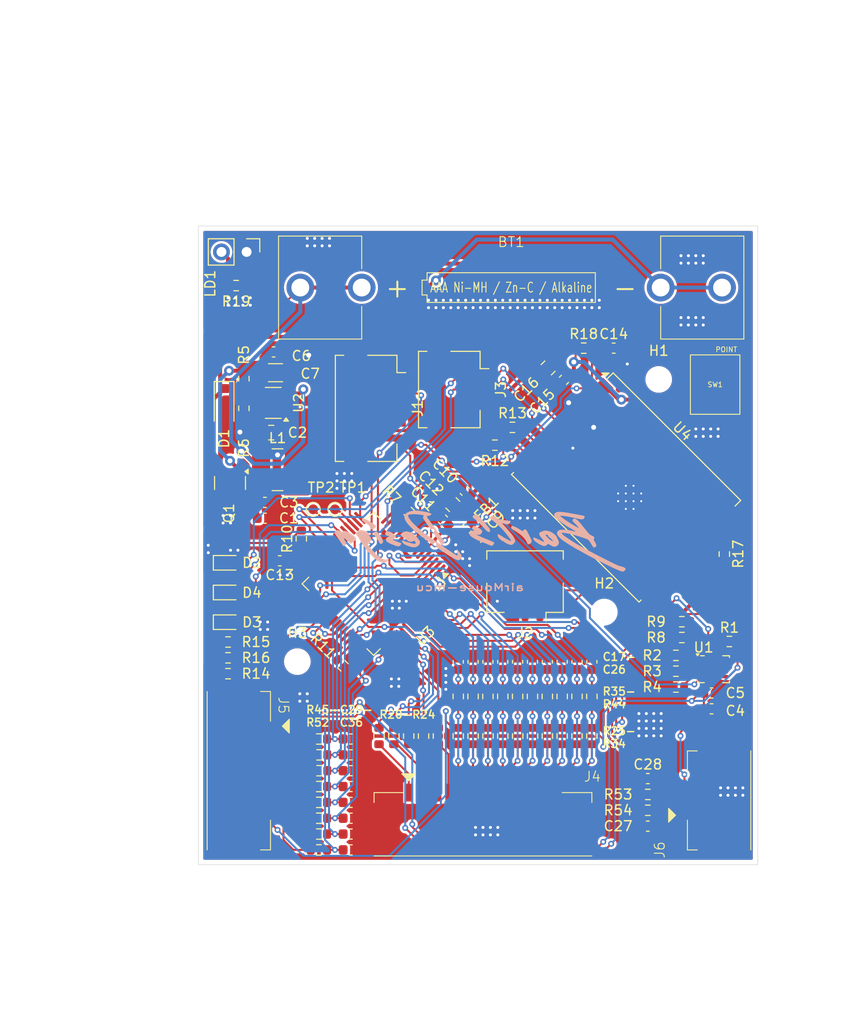
<source format=kicad_pcb>
(kicad_pcb (version 20241229) (generator "pcbnew") (generator_version "9.0")
  (title_block (title "EtherPointer mcu") (date "2025-02-15") (rev "RC1") (company "Bart's Design") (comment 1 "Bartosz Pracz"))
  (layers (0 "F.Cu" signal) (2 "B.Cu" signal) (13 "F.Paste" user) (15 "B.Paste" user) (5 "F.SilkS" user "F.Silkscreen") (7 "B.SilkS" user "B.Silkscreen") (1 "F.Mask" user) (3 "B.Mask" user) (25 "Edge.Cuts" user))
  (net 0 "")
  (net 1 "+3V3")
  (net 2 "/Keyboard/ROW1")
  (net 3 "/Keyboard/ROW2")
  (net 4 "/Keyboard/COL1")
  (net 5 "/Keyboard/COL2")
  (net 6 "/Keyboard/COL3")
  (net 7 "/Keyboard/COL4")
  (net 8 "/Keyboard/COL5")
  (net 9 "/Keyboard/COL6")
  (net 10 "/Keyboard/COL7")
  (net 11 "/Keyboard/COL8")
  (net 12 "/Keyboard/KEY_ROW3")
  (net 13 "/Keyboard/COL9")
  (net 14 "/Keyboard/KEY_ROW2")
  (net 15 "/Keyboard/KEY_ROW4")
  (net 16 "/Keyboard/KEY_ROW5")
  (net 17 "/Keyboard/KEY_ROW1")
  (net 18 "/Keyboard/COL10")
  (net 19 "/Keyboard/ROW3")
  (net 20 "/Keyboard/ROW4")
  (net 21 "/Keyboard/ROW5")
  (net 22 "Net-(U3-VREF+)")
  (net 23 "/ADC")
  (net 24 "Net-(D2-K)")
  (net 25 "Net-(D3-K)")
  (net 26 "Net-(D4-K)")
  (net 28 "Net-(U1-CS)")
  (net 29 "Net-(U1-SDO{slash}SA0)")
  (net 30 "Net-(U4-IO8)")
  (net 31 "Net-(U4-IO2)")
  (net 32 "Net-(SW1-A)")
  (net 61 "/mouse/LMB")
  (net 62 "/mouse/MMB")
  (net 63 "/mouse/RMB")
  (net 64 "/mouse/SCRLUP")
  (net 65 "/mouse/SCRLDN")
  (net 66 "/mouse/FWD")
  (net 67 "/mouse/BACK")
  (net 68 "/mouse/DPI")
  (net 69 "/mouse/PRECISION")
  (net 70 "/mouse/HOME")
  (net 71 "/mouse/MOUSE_RB")
  (net 72 "/mouse/MOUSE_MB")
  (net 73 "/mouse/MOUSE_LB")
  (net 74 "/mouse/MOUSE_UP")
  (net 75 "/mouse/MOUSE_DN")
  (net 76 "/mouse/MOUSE_FWD")
  (net 77 "/mouse/MOUSE_BACK")
  (net 78 "/mouse/MOUSE_DPI")
  (net 79 "/mouse/MOUSE_PRC")
  (net 80 "/mouse/MOUSE_HOME")
  (net 83 "/BAT-")
  (net 84 "/BAT+")
  (net 85 "/COL6")
  (net 86 "/COL10")
  (net 87 "/COL9")
  (net 88 "/COL8")
  (net 89 "/COL7")
  (net 90 "/COL5")
  (net 91 "/COL4")
  (net 92 "/COL3")
  (net 93 "/COL2")
  (net 94 "/COL1")
  (net 95 "/ESP_RST")
  (net 96 "/FB")
  (net 97 "GND")
  (net 98 "/SW")
  (net 99 "/CONN")
  (net 100 "/LOW_BAT")
  (net 101 "/AT_MCU_RX")
  (net 102 "/AT_MCU_TX")
  (net 103 "/PRG_ESP_RX")
  (net 104 "/PRG_ESP_TX")
  (net 105 "/RST")
  (net 106 "/SWDCLK")
  (net 107 "/SWDIO")
  (net 108 "Net-(LD1-A)")
  (net 109 "/SDA")
  (net 110 "/SCL")
  (net 111 "/STBY")
  (net 112 "/ESP_BOOT")
  (net 113 "/GYRO_INT")
  (net 114 "/SCX")
  (net 115 "/SDX")
  (net 116 "/DBG_TX")
  (net 117 "/DBR_RX")
  (footprint "Capacitor_SMD:C_0603_1608Metric" (layer "F.Cu") (at 133.75 124.018599 90)
    (property "Reference" "C22" (hide yes))
    (property "Value" "100n")
  )
  (footprint "Resistor_SMD:R_0603_1608Metric" (layer "F.Cu") (at 129.26 131.518599 -90)
    (property "Reference" "R32" (hide yes))
    (property "Value" "10k")
  )
  (footprint "airMouseLib:TL3315NF100Q" (layer "F.Cu") (at 152.2 96.018599)
    (property "Reference" "SW1")
    (property "Value" "KEY")
  )
  (footprint "Resistor_SMD:R_0603_1608Metric" (layer "F.Cu") (at 153.129325 113.137264 90)
    (property "Reference" "R17")
    (property "Value" "10k")
  )
  (footprint "Resistor_SMD:R_0603_1608Metric" (layer "F.Cu") (at 139.75 131.518599 -90)
    (property "Reference" "R25" (hide yes))
    (property "Value" "10k")
  )
  (footprint "Capacitor_SMD:C_0603_1608Metric" (layer "F.Cu") (at 151.8375 128.768599)
    (property "Reference" "C4")
    (property "Value" "100n")
  )
  (footprint "airMouseLib:L_Ferrocore_DLG-0403" (layer "F.Cu") (at 108 104.618599)
    (property "Reference" "L1")
    (property "Value" "4u7")
  )
  (footprint "Resistor_SMD:R_0603_1608Metric" (layer "F.Cu") (at 136.75 131.518599 -90)
    (property "Reference" "R27" (hide yes))
    (property "Value" "10k")
  )
  (footprint "Resistor_SMD:R_0603_1608Metric" (layer "F.Cu") (at 112.175 136.618599)
    (property "Reference" "R49" (hide yes))
    (property "Value" "10k")
  )
  (footprint "Resistor_SMD:R_0603_1608Metric" (layer "F.Cu") (at 133.75 127.518599 90)
    (property "Reference" "R39" (hide yes))
    (property "Value" "10k")
  )
  (footprint "Resistor_SMD:R_0603_1608Metric" (layer "F.Cu") (at 135.25 131.518599 -90)
    (property "Reference" "R28" (hide yes))
    (property "Value" "10k")
  )
  (footprint "airMouseLib:BC-0401" (layer "F.Cu") (at 131.6 86.218599)
    (property "Reference" "BT1")
    (property "Value" "BC-0401")
  )
  (footprint "Resistor_SMD:R_0603_1608Metric" (layer "F.Cu") (at 148.2375 126.568599 180)
    (property "Reference" "R4")
    (property "Value" "0R")
  )
  (footprint "Resistor_SMD:R_0603_1608Metric" (layer "F.Cu") (at 127.75 131.518599 -90)
    (property "Reference" "R33" (hide yes))
    (property "Value" "10k")
  )
  (footprint "Resistor_SMD:R_0603_1608Metric" (layer "F.Cu") (at 103.825 86.018599)
    (property "Reference" "R19")
    (property "Value" "2k2")
  )
  (footprint "Resistor_SMD:R_0603_1608Metric" (layer "F.Cu") (at 129.25 127.518599 90)
    (property "Reference" "R42" (hide yes))
    (property "Value" "10k")
  )
  (footprint "Resistor_SMD:R_0603_1608Metric" (layer "F.Cu") (at 145.4 137.418599 180)
    (property "Reference" "R53")
    (property "Value" "10k")
  )
  (footprint "Resistor_SMD:R_0603_1608Metric" (layer "F.Cu") (at 112.175 139.818599)
    (property "Reference" "R47" (hide yes))
    (property "Value" "10k")
  )
  (footprint "Resistor_SMD:R_0603_1608Metric" (layer "F.Cu") (at 121.303286 108.947547 -45)
    (property "Reference" "R7")
    (property "Value" "10k")
  )
  (footprint "Capacitor_SMD:C_0603_1608Metric" (layer "F.Cu") (at 129.25 124.018599 90)
    (property "Reference" "C19" (hide yes))
    (property "Value" "100n")
  )
  (footprint "Resistor_SMD:R_0603_1608Metric" (layer "F.Cu") (at 131.729325 100.337264)
    (property "Reference" "R13")
    (property "Value" "10k")
  )
  (footprint "Capacitor_SMD:C_0603_1608Metric" (layer "F.Cu") (at 128.25 111.5 45)
    (property "Reference" "C9")
    (property "Value" "100n")
  )
  (footprint "RF_Module:ESP32-C3-WROOM-02U" (layer "F.Cu") (at 143.029325 106.587264 -45)
    (property "Reference" "U4")
    (property "Value" "ESP32-C3-WROOM-02U")
  )
  (footprint "Capacitor_SMD:C_0603_1608Metric" (layer "F.Cu") (at 115.4 133.418599)
    (property "Reference" "C30" (hide yes))
    (property "Value" "100n")
  )
  (footprint "Capacitor_SMD:C_0603_1608Metric" (layer "F.Cu") (at 145.4 140.618599)
    (property "Reference" "C27")
    (property "Value" "100n")
  )
  (footprint "Capacitor_SMD:C_0603_1608Metric" (layer "F.Cu") (at 115.4 131.818599)
    (property "Reference" "C29" (hide yes))
    (property "Value" "100n")
  )
  (footprint "Resistor_SMD:R_0603_1608Metric" (layer "F.Cu") (at 130.75 127.518599 90)
    (property "Reference" "R41" (hide yes))
    (property "Value" "10k")
  )
  (footprint "Capacitor_SMD:C_0603_1608Metric" (layer "F.Cu") (at 106.725 109.518599)
    (property "Reference" "C1")
    (property "Value" "1u")
  )
  (footprint "Resistor_SMD:R_0603_1608Metric" (layer "F.Cu") (at 148.8375 121.568599)
    (property "Reference" "R8")
    (property "Value" "4k7")
  )
  (footprint "Resistor_SMD:R_0603_1608Metric" (layer "F.Cu") (at 103 122.018599)
    (property "Reference" "R15")
    (property "Value" "2k2")
  )
  (footprint "Resistor_SMD:R_0603_1608Metric" (layer "F.Cu") (at 132.26 131.518599 -90)
    (property "Reference" "R30" (hide yes))
    (property "Value" "10k")
  )
  (footprint "Resistor_SMD:R_0603_1608Metric" (layer "F.Cu") (at 132.25 127.518599 90)
    (property "Reference" "R40" (hide yes))
    (property "Value" "10k")
  )
  (footprint "Resistor_SMD:R_0603_1608Metric" (layer "F.Cu") (at 112.2 135.018599)
    (property "Reference" "R50" (hide yes))
    (property "Value" "10k")
  )
  (footprint "airMouseLib:JST_ZH_S3B-ZR-SM4A-TF_1x03-1MP_P1.50mm_Horizontal" (layer "F.Cu") (at 126.35 96.518599 -90)
    (property "Reference" "J3")
    (property "Value" "AT")
  )
  (footprint "Capacitor_SMD:C_0603_1608Metric" (layer "F.Cu") (at 106.725 107.918599)
    (property "Reference" "C3")
    (property "Value" "100n")
  )
  (footprint "Capacitor_SMD:C_0603_1608Metric" (layer "F.Cu") (at 127.75 124.018599 90)
    (property "Reference" "C18" (hide yes))
    (property "Value" "100n")
  )
  (footprint "Resistor_SMD:R_0603_1608Metric" (layer "F.Cu") (at 126.25 131.518599 -90)
    (property "Reference" "R34" (hide yes))
    (property "Value" "10k")
  )
  (footprint "Resistor_SMD:R_0603_1608Metric" (layer "F.Cu") (at 148.8375 119.968599)
    (property "Reference" "R9")
    (property "Value" "4k7")
  )
  (footprint "Capacitor_SMD:C_0603_1608Metric" (layer "F.Cu") (at 108.225 113.818599 180)
    (property "Reference" "C13")
    (property "Value" "100n")
  )
  (footprint "airMouseLib:DS1020-07-10VBT1A-R" (layer "F.Cu") (at 107.2875 135.018599 -90)
    (property "Reference" "J5")
    (property "Value" "DS1020-07-10VBT1A-R")
  )
  (footprint "airMouseLib:DS1020-07-16VBT1A-R" (layer "F.Cu") (at 128.75 137.231099)
    (property "Reference" "J4")
    (property "Value" "DS1020-07-16VBT1A-R")
  )
  (footprint "Resistor_SMD:R_0603_1608Metric" (layer "F.Cu") (at 135.25 127.518599 90)
    (property "Reference" "R38" (hide yes))
    (property "Value" "10k")
  )
  (footprint "Capacitor_SMD:C_0603_1608Metric" (layer "F.Cu") (at 139.75 124.018599 90)
    (property "Reference" "C26" (hide yes))
    (property "Value" "100n")
  )
  (footprint "Resistor_SMD:R_0603_1608Metric" (layer "F.Cu") (at 121.25 131.518599 -90)
    (property "Reference" "R22" (hide yes))
    (property "Value" "100R")
  )
  (footprint "Resistor_SMD:R_0603_1608Metric" (layer "F.Cu") (at 112.175 143.018599)
    (property "Reference" "R45" (hide yes))
    (property "Value" "10k")
  )
  (footprint "Capacitor_SMD:C_0805_2012Metric" (layer "F.Cu") (at 125.703286 108.147547 135)
    (property "Reference" "C12")
    (property "Value" "4u7")
  )
  (footprint "LED_SMD:LED_0603_1608Metric" (layer "F.Cu") (at 103 120.018599)
    (property "Reference" "D3")
    (property "Value" "LOW_BAT")
  )
  (footprint "Resistor_SMD:R_0603_1608Metric" (layer "F.Cu") (at 138.25 131.518599 -90)
    (property "Reference" "R26" (hide yes))
    (property "Value" "10k")
  )
  (footprint "Resistor_SMD:R_0603_1608Metric" (layer "F.Cu") (at 130.75 131.518599 -90)
    (property "Reference" "R31" (hide yes))
    (property "Value" "10k")
  )
  (footprint "Resistor_SMD:R_0603_1608Metric" (layer "F.Cu") (at 148.2375 123.368599 180)
    (property "Reference" "R2")
    (property "Value" "10k")
  )
  (footprint "Resistor_SMD:R_0603_1608Metric" (layer "F.Cu") (at 145.4 139.018599 180)
    (property "Reference" "R54")
    (property "Value" "10k")
  )
  (footprint "Resistor_SMD:R_0603_1608Metric" (layer "F.Cu") (at 148.2375 124.968599 180)
    (property "Reference" "R3")
    (property "Value" "0R")
  )
  (footprint "Package_TO_SOT_SMD:SOT-23" (layer "F.Cu") (at 103.2 105.956099 -90)
    (property "Reference" "Q1")
    (property "Value" "IRLML6346")
  )
  (footprint "Resistor_SMD:R_0603_1608Metric" (layer "F.Cu") (at 114.6 124.418599 -45)
    (property "Reference" "R11")
    (property "Value" "10k")
  )
  (footprint "Resistor_SMD:R_0603_1608Metric" (layer "F.Cu") (at 103 123.618599)
    (property "Reference" "R16")
    (property "Value" "2k2")
  )
  (footprint "Capacitor_SMD:C_1206_3216Metric" (layer "F.Cu") (at 107.8 94.818599)
    (property "Reference" "C7")
    (property "Value" "10u")
  )
  (footprint "Capacitor_SMD:C_0603_1608Metric" (layer "F.Cu") (at 115.4 138.218599)
    (property "Reference" "C33" (hide yes))
    (property "Value" "100n")
  )
  (footprint "Resistor_SMD:R_0603_1608Metric" (layer "F.Cu") (at 133.76 131.518599 -90)
    (property "Reference" "R29" (hide yes))
    (property "Value" "10k")
  )
  (footprint "Resistor_SMD:R_0603_1608Metric" (layer "F.Cu") (at 103 125.218599)
    (property "Reference" "R14")
    (property "Value" "2k2")
  )
  (footprint "Diode_SMD:D_SOD-123" (layer "F.Cu") (at 102.6 98.068599 -90)
    (property "Reference" "D1")
    (property "Value" "MBR0530")
  )
  (footprint "Resistor_SMD:R_0603_1608Metric" (layer "F.Cu") (at 129.954325 102.137264)
    (property "Reference" "R12")
    (property "Value" "10k")
  )
  (footprint "airMouseLib:DS1020-07-4VBT1A-R" (layer "F.Cu") (at 149.4 138.018599 90)
    (property "Reference" "J6")
    (property "Value" "DS1020-07-4VBT1A-R")
  )
  (footprint "Resistor_SMD:R_0603_1608Metric" (layer "F.Cu") (at 110.4 111.593599 90)
    (property "Reference" "R10")
    (property "Value" "1k")
  )
  (footprint "Package_TO_SOT_SMD:SOT-23-6" (layer "F.Cu") (at 107.5625 97.868599 180)
    (property "Reference" "U2")
    (property "Value" "MCP1640CT-I/CHY")
  )
  (footprint "Resistor_SMD:R_0603_1608Metric" (layer "F.Cu") (at 122.75 131.518599 -90)
    (property "Reference" "R21" (hide yes))
    (property "Value" "100R")
  )
  (footprint "Resistor_SMD:R_0603_1608Metric" (layer "F.Cu") (at 119.75 131.518599 -90)
    (property "Reference" "R23" (hide yes))
    (property "Value" "100R")
  )
  (footprint "Capacitor_SMD:C_0603_1608Metric" (layer "F.Cu") (at 136.75 124.018599 90)
    (property "Reference" "C24" (hide yes))
    (property "Value" "100n")
  )
  (footprint "Resistor_SMD:R_0603_1608Metric" (layer "F.Cu") (at 112.175 138.218599)
    (property "Reference" "R48" (hide yes))
    (property "Value" "10k")
  )
  (footprint "Resistor_SMD:R_0603_1608Metric" (layer "F.Cu") (at 112.2 133.418599)
    (property "Reference" "R51" (hide yes))
    (property "Value" "10k")
  )
  (footprint "Capacitor_SMD:C_0603_1608Metric" (layer "F.Cu") (at 145.4 135.818599)
    (property "Reference" "C28")
    (property "Value" "100n")
  )
  (footprint "Capacitor_SMD:C_0603_1608Metric" (layer "F.Cu") (at 136.929325 95.537264 -135)
    (property "Reference" "C15")
    (property "Value" "100n")
  )
  (footprint "Capacitor_SMD:C_0603_1608Metric" (layer "F.Cu") (at 135.25 124.018599 90)
    (property "Reference" "C23" (hide yes))
    (property "Value" "100n")
  )
  (footprint "Capacitor_SMD:C_0805_2012Metric" (layer "F.Cu") (at 135.329325 94.337264 -135)
    (property "Reference" "C16")
    (property "Value" "10u")
  )
  (footprint "Resistor_SMD:R_0603_1608Metric" (layer "F.Cu") (at 138.25 127.518599 90)
    (property "Reference" "R36" (hide yes))
    (property "Value" "10k")
  )
  (footprint "Resistor_SMD:R_0603_1608Metric" (layer "F.Cu") (at 104.6 95.418599 -90)
    (property "Reference" "R5")
    (property "Value" "976k")
  )
  (footprint "MountingHole:MountingHole_2.2mm_M2_ISO14580" (layer "F.Cu") (at 141 119)
    (property "Reference" "H2")
    (property "Value" "MountingHole")
  )
  (footprint "Capacitor_SMD:C_0603_1608Metric" (layer "F.Cu") (at 124.703286 109.647547 135)
    (property "Reference" "C11")
    (property "Value" "100n")
  )
  (footprint "Capacitor_SMD:C_0603_1608Metric" (layer "F.Cu") (at 115.4 135.018599)
    (property "Reference" "C31" (hide yes))
    (property "Value" "100n")
  )
  (footprint "Capacitor_SMD:C_0603_1608Metric" (layer "F.Cu") (at 126.903286 106.747547 135)
    (property "Reference" "C10")
    (property "Value" "1u")
  )
  (footprint "Resistor_SMD:R_0603_1608Metric" (layer "F.Cu") (at 139.75 127.518599 90)
    (property "Reference" "R35" (hide yes))
    (property "Value" "10k")
  )
  (footprint "Resistor_SMD:R_0603_1608Metric" (layer "F.Cu") (at 104.6 98.418599 -90)
    (property "Reference" "R6")
    (property "Value" "562k")
  )
  (footprint "Connector_PinHeader_2.54mm:PinHeader_1x02_P2.54mm_Vertical" (layer "F.Cu") (at 104.875 82.618599 -90)
    (property "Reference" "LD1")
    (property "Value" "70115420")
  )
  (footprint "Package_QFP:LQFP-64_10x10mm_P0.5mm" (layer "F.Cu") (at 117.703286 116.147547 -135)
    (property "Reference" "U3")
    (property "Value" "STM32G071RBTx")
  )
  (footprint "Resistor_SMD:R_0603_1608Metric" (layer "F.Cu") (at 124.25 131.518599 -90)
    (property "Reference" "R20" (hide yes))
    (property "Value" "100R")
  )
  (footprint "TestPoint:TestPoint_Pad_D1.0mm" (layer "F.Cu") (at 111.6 108.618599 -90)
    (property "Reference" "TP2")
    (property "Value" "DBG_RX")
  )
  (footprint "TestPoint:TestPoint_Pad_D1.0mm" (layer "F.Cu") (at 113.8 108.618599 -90)
    (property "Reference" "TP1")
    (property "Value" "DBG_TX")
  )
  (footprint "Capacitor_SMD:C_0805_2012Metric" (layer "F.Cu") (at 107.3625 100.868599)
    (property "Reference" "C2")
    (property "Value" "4u7")
  )
  (footprint "Capacitor_SMD:C_0603_1608Metric" (layer "F.Cu") (at 127.103286 110.547547 -135)
    (property "Reference" "FB1")
    (property "Value" "600R @ 100M")
  )
  (footprint "Resistor_SMD:R_0603_1608Metric" (layer "F.Cu") (at 153.6375 121.968599 180)
    (property "Reference" "R1")
    (property "Value" "10k")
  )
  (footprint "LED_SMD:LED_0603_1608Metric" (layer "F.Cu") (at 103 117.018599)
    (property "Reference" "D4")
    (property "Value" "STBY")
  )
  (footprint "Resistor_SMD:R_0603_1608Metric" (layer "F.Cu") (at 136.75 127.518599 90)
    (property "Reference" "R37" (hide yes))
    (property "Value" "10k")
  )
  (footprint "Capacitor_SMD:C_0603_1608Metric" (layer "F.Cu") (at 115.4 136.618599)
    (property "Reference" "C32" (hide yes))
    (property "Value" "100n")
  )
  (footprint "Capacitor_SMD:C_0603_1608Metric" (layer "F.Cu") (at 115.4 141.418599)
    (property "Reference" "C35" (hide yes))
    (property "Value" "100n")
  )
  (footprint "Capacitor_SMD:C_0603_1608Metric" (layer "F.Cu") (at 126.25 124.018599 90)
    (property "Reference" "C17" (hide yes))
    (property "Value" "100n")
  )
  (footprint "Resistor_SMD:R_0603_1608Metric" (layer "F.Cu") (at 138.929325 92.337264)
    (property "Reference" "R18")
    (property "Value" "10k")
  )
  (footprint "Capacitor_SMD:C_0603_1608Metric" (layer "F.Cu") (at 151.8375 127.168599)
    (property "Reference" "C5")
    (property "Value" "100n")
  )
  (footprint "Package_LGA:LGA-14_3x2.5mm_P0.5mm_LayoutBorder3x4y" (layer "F.Cu") (at 152.0375 124.768599)
    (property "Reference" "U1")
    (property "Value" "LSM6DS3TR-C")
  )
  (footprint "Resistor_SMD:R_0603_1608Metric" (layer "F.Cu") (at 112.175 141.418599)
    (property "Reference" "R46" (hide yes))
    (property "Value" "10k")
  )
  (footprint "Resistor_SMD:R_0603_1608Metric" (layer "F.Cu") (at 126.25 127.518599 90)
    (property "Reference" "R44" (hide yes))
    (property "Value" "10k")
  )
  (footprint "airMouseLib:JST_ZH_S5B-ZR-SM4A-TF_1x05-1MP_P1.50mm_Horizontal" (layer "F.Cu") (at 117.95 98.418599 -90)
    (property "Reference" "J1")
    (property "Value" "MCU_PRG")
  )
  (footprint "MountingHole:MountingHole_2.2mm_M2_ISO14580" (layer "F.Cu") (at 146.5 95.497279)
    (property "Reference" "H1")
    (property "Value" "MountingHole")
  )
  (footprint "Resistor_SMD:R_0603_1608Metric" (layer "F.Cu") (at 118.25 131.518599 -90)
    (property "Reference" "R24" (hide yes))
    (property "Value" "100R")
  )
  (footprint "MountingHole:MountingHole_2.2mm_M2_ISO14580" (layer "F.Cu") (at 110 124)
    (property "Reference" "H3")
    (property "Value" "MountingHole")
  )
  (footprint "LED_SMD:LED_0603_1608Metric" (layer "F.Cu") (at 103 114.018599)
    (property "Reference" "D2")
    (property "Value" "BT")
  )
  (footprint "Capacitor_SMD:C_0603_1608Metric" (layer "F.Cu") (at 115.4 139.818599)
    (property "Reference" "C34" (hide yes))
    (property "Value" "100n")
  )
  (footprint "Capacitor_SMD:C_0603_1608Metric" (layer "F.Cu") (at 130.75 124.018599 90)
    (property "Reference" "C20" (hide yes))
    (property "Value" "100n")
  )
  (footprint "Resistor_SMD:R_0603_1608Metric" (layer "F.Cu") (at 127.75 127.518599 90)
    (property "Reference" "R43" (hide yes))
    (property "Value" "10k")
  )
  (footprint "Capacitor_SMD:C_0603_1608Metric" (layer "F.Cu") (at 132.25 124.018599 90)
    (property "Reference" "C21" (hide yes))
    (property "Value" "100n")
  )
  (footprint "Capacitor_SMD:C_0603_1608Metric" (layer "F.Cu") (at 138.25 124.018599 90)
    (property "Reference" "C25" (hide yes))
    (property "Value" "100n")
  )
  (footprint "Capacitor_SMD:C_0603_1608Metric" (layer "F.Cu") (at 107.6 92.718599)
    (property "Reference" "C6")
    (property "Value" "100n")
  )
  (footprint "Capacitor_SMD:C_0603_1608Metric" (layer "F.Cu") (at 141.954325 92.337264)
    (property "Reference" "C14")
    (property "Value" "1u")
  )
  (footprint "Capacitor_SMD:C_0603_1608Metric" (layer "F.Cu") (at 115.4 143.018599)
    (property "Reference" "C36" (hide yes))
    (property "Value" "100n")
  )
  (footprint "airMouseLib:JST_ZH_S3B-ZR-SM4A-TF_1x03-1MP_P1.50mm_Horizontal" (layer "F.Cu") (at 133 116.918599 180)
    (property "Reference" "J2")
    (property "Value" "RADIO_PRG")
  )
  (footprint "Resistor_SMD:R_0603_1608Metric" (layer "F.Cu") (at 112.175 131.818599)
    (property "Reference" "R52" (hide yes))
    (property "Value" "10k")
  )
  (footprint "airMouseLib:Bart's Design 30mm" (layer "B.Cu") (at 128.303286 111.747547 180)
    (property "Reference" "Logo1" (hide yes))
    (property "Value" "~" (hide yes))
  )
  (gr_rect (start 100 80) (end 156.5 144.518599) (stroke (width 0.05)) (fill no) (layer "Edge.Cuts"))
  (gr_text "R20-R24" (at 118.2 129.818599 0) (layer "F.SilkS") (effects (font (size 0.8 0.8)) (justify left bottom)))
  (gr_text "C29-\nC36" (at 114.2 130.618599 0) (layer "F.SilkS") (effects (font (size 0.8 0.8)) (justify left bottom)))
  (gr_text "R45-\nR52" (at 110.8 130.618599 0) (layer "F.SilkS") (effects (font (size 0.8 0.8)) (justify left bottom)))
  (gr_text "R35-\nR44" (at 140.75 128.768599 0) (layer "F.SilkS") (effects (font (size 0.8 0.8)) (justify left bottom)))
  (gr_text "C17-\nC26" (at 140.75 125.268599 0) (layer "F.SilkS") (effects (font (size 0.8 0.8)) (justify left bottom)))
  (gr_text "R25-\nR34" (at 140.75 132.768599 0) (layer "F.SilkS") (effects (font (size 0.8 0.8)) (justify left bottom)))
  (gr_text "airMouse-mcu" (at 133 116.918599 0) (layer "B.SilkS") (effects (font (size 0.7 1)) (justify left bottom mirror)))
  (segment (start 148.7875 119.193599) (end 151.6875 119.193599) (width 0.2) (layer "F.Cu") (net 1))
  (segment (start 154.4625 124.619031) (end 154.4625 121.968599) (width 0.2) (layer "F.Cu") (net 1))
  (segment (start 125.693599 130.693599) (end 126.25 130.693599) (width 0.2) (layer "F.Cu") (net 1))
  (segment (start 151.5375 125.681099) (end 151.5375 126.693599) (width 0.2) (layer "F.Cu") (net 1))
  (segment (start 125 130) (end 125.693599 130.693599) (width 0.2) (layer "F.Cu") (net 1))
  (segment (start 129.129325 105.617524) (end 127.451294 107.295555) (width 0.4) (layer "F.Cu") (net 1))
  (segment (start 153.129325 113.962264) (end 153.129325 114.851774) (width 0.4) (layer "F.Cu") (net 1))
  (segment (start 126.375037 108.819298) (end 126.471053 108.819298) (width 0.2) (layer "F.Cu") (net 1))
  (segment (start 125.251294 110.195555) (end 125.251294 109.943041) (width 0.3) (layer "F.Cu") (net 1))
  (segment (start 129.129325 102.112264) (end 130.904325 100.337264) (width 0.4) (layer "F.Cu") (net 1))
  (segment (start 153.562932 125.518599) (end 154.4625 124.619031) (width 0.2) (layer "F.Cu") (net 1))
  (segment (start 123.471052 112.147547) (end 123.903286 112.147547) (width 0.2) (layer "F.Cu") (net 1))
  (segment (start 107.2875 140.2875) (end 108 141) (width 0.2) (layer "F.Cu") (net 1))
  (segment (start 125.251294 110.195555) (end 125.251294 110.296595) (width 0.3) (layer "F.Cu") (net 1))
  (segment (start 120.719923 108.364184) (end 123.799852 105.284255) (width 0.3) (layer "F.Cu") (net 1))
  (segment (start 107.2875 139.518599) (end 107.2875 140.2875) (width 0.2) (layer "F.Cu") (net 1))
  (segment (start 125.251294 109.943041) (end 126.375037 108.819298) (width 0.3) (layer "F.Cu") (net 1))
  (segment (start 103.1 94.618599) (end 104.575 94.618599) (width 0.4) (layer "F.Cu") (net 1))
  (segment (start 154.707678 108.578254) (end 154.707678 112.383911) (width 0.4) (layer "F.Cu") (net 1))
  (segment (start 148.7 131.131099) (end 148.7 131.5) (width 0.2) (layer "F.Cu") (net 1))
  (segment (start 153.95 98.243599) (end 153.95 101.95) (width 0.4) (layer "F.Cu") (net 1))
  (segment (start 151.5375 126.693599) (end 151.0625 127.168599) (width 0.2) (layer "F.Cu") (net 1))
  (segment (start 142.464606 97.537264) (end 141.084781 96.157439) (width 0.4) (layer "F.Cu") (net 1))
  (segment (start 136.001076 93.665513) (end 136.15359 93.665513) (width 0.4) (layer "F.Cu") (net 1))
  (segment (start 137.477333 94.989256) (end 137.929325 94.537264) (width 0.4) (layer "F.Cu") (net 1))
  (segment (start 107.4375 97.279861) (end 107.4375 95.931099) (width 0.3) (layer "F.Cu") (net 1))
  (segment (start 127.451294 107.295555) (end 127.451294 107.743041) (width 0.3) (layer "F.Cu") (net 1))
  (segment (start 148.0125 119.968599) (end 148.7875 119.193599) (width 0.2) (layer "F.Cu") (net 1))
  (segment (start 153.95 101.95) (end 151.014712 104.885288) (width 0.4) (layer "F.Cu") (net 1))
  (segment (start 127.451294 106.095555) (end 127.451294 107.295555) (width 0.3) (layer "F.Cu") (net 1))
  (segment (start 122.903286 111.301101) (end 122.903286 110.947547) (width 0.2) (layer "F.Cu") (net 1))
  (segment (start 153.2 125.518599) (end 153.562932 125.518599) (width 0.2) (layer "F.Cu") (net 1))
  (segment (start 121.892894 112.311493) (end 122.903286 111.301101) (width 0.2) (layer "F.Cu") (net 1))
  (segment (start 119.6 91.843599) (end 107.7 91.843599) (width 0.4) (layer "F.Cu") (net 1))
  (segment (start 129.129325 102.137264) (end 129.129325 105.617524) (width 0.4) (layer "F.Cu") (net 1))
  (segment (start 138.104325 93.562264) (end 137.929325 93.737264) (width 0.2) (layer "F.Cu") (net 1))
  (segment (start 122.6 113.018599) (end 123.471052 112.147547) (width 0.2) (layer "F.Cu") (net 1))
  (segment (start 138.104325 92.337264) (end 138.104325 93.562264) (width 0.2) (layer "F.Cu") (net 1))
  (segment (start 130.904325 97.171272) (end 134.410084 93.665513) (width 0.4) (layer "F.Cu") (net 1))
  (segment (start 134.410084 93.665513) (end 136.001076 93.665513) (width 0.4) (layer "F.Cu") (net 1))
  (segment (start 151.0625 128.768599) (end 148.7 131.131099) (width 0.2) (layer "F.Cu") (net 1))
  (segment (start 129.129325 102.137264) (end 129.129325 102.112264) (width 0.4) (layer "F.Cu") (net 1))
  (segment (start 104.15 104.668599) (end 103.2 103.718599) (width 0.4) (layer "F.Cu") (net 1))
  (segment (start 150.6375 127.168599) (end 149.8375 127.968599) (width 0.2) (layer "F.Cu") (net 1))
  (segment (start 137.929325 94.537264) (end 137.929325 93.737264) (width 0.4) (layer "F.Cu") (net 1))
  (segment (start 149.1 135.4) (end 149.1 136.218599) (width 0.2) (layer "F.Cu") (net 1))
  (segment (start 143.666688 97.537264) (end 151.014712 104.885288) (width 0.4) (layer "F.Cu") (net 1))
  (segment (start 134.179162 91.843599) (end 119.6 91.843599) (width 0.4) (layer "F.Cu") (net 1))
  (segment (start 136.15359 93.665513) (end 137.477333 94.989256) (width 0.4) (layer "F.Cu") (net 1))
  (segment (start 126.25 130.693599) (end 139.75 130.693599) (width 0.2) (layer "F.Cu") (net 1))
  (segment (start 106.325 93.218599) (end 106.825 92.718599) (width 0.3) (layer "F.Cu") (net 1))
  (segment (start 123.799852 105.284255) (end 126.639994 105.284255) (width 0.3) (layer "F.Cu") (net 1))
  (segment (start 151.014712 104.885288) (end 154.707678 108.578254) (width 0.4) (layer "F.Cu") (net 1))
  (segment (start 107.7 91.843599) (end 106.825 92.718599) (width 0.4) (layer "F.Cu") (net 1))
  (segment (start 104.15 105.018599) (end 104.15 104.668599) (width 0.4) (layer "F.Cu") (net 1))
  (segment (start 153.95 93.793599) (end 153.95 98.243599) (width 0.4) (layer "F.Cu") (net 1))
  (segment (start 125.251294 110.296595) (end 123.903286 111.644603) (width 0.3) (layer "F.Cu") (net 1))
  (segment (start 106.848762 97.868599) (end 107.4375 97.279861) (width 0.3) (layer "F.Cu") (net 1))
  (segment (start 106.425 97.868599) (end 106.848762 97.868599) (width 0.3) (layer "F.Cu") (net 1))
  (segment (start 130.904325 100.337264) (end 130.904325 97.171272) (width 0.4) (layer "F.Cu") (net 1))
  (segment (start 139.75 130.693599) (end 140.9 131.843599) (width 0.2) (layer "F.Cu") (net 1))
  (segment (start 119.6 95.418599) (end 119.6 91.843599) (width 0.2) (layer "F.Cu") (net 1))
  (segment (start 142.729325 97.537264) (end 143.666688 97.537264) (width 0.4) (layer "F.Cu") (net 1))
  (segment (start 125 129) (end 125 130) (width 0.2) (layer "F.Cu") (net 1))
  (segment (start 151.0625 127.168599) (end 150.6375 127.168599) (width 0.2) (layer "F.Cu") (net 1))
  (segment (start 140.9 131.843599) (end 140.9 132.6) (width 0.2) (layer "F.Cu") (net 1))
  (segment (start 127.451294 107.743041) (end 126.375037 108.819298) (width 0.3) (layer "F.Cu") (net 1))
  (segment (start 136.001076 93.665513) (end 134.179162 91.843599) (width 0.4) (layer "F.Cu") (net 1))
  (segment (start 149.1 136.218599) (end 149.4 136.518599) (width 0.2) (layer "F.Cu") (net 1))
  (segment (start 151.6875 119.193599) (end 154.4625 121.968599) (width 0.2) (layer "F.Cu") (net 1))
  (segment (start 154.707678 112.383911) (end 153.129325 113.962264) (width 0.4) (layer "F.Cu") (net 1))
  (segment (start 151.0625 128.768599) (end 151.0625 127.168599) (width 0.2) (layer "F.Cu") (net 1))
  (segment (start 153.129325 114.851774) (end 148.0125 119.968599) (width 0.4) (layer "F.Cu") (net 1))
  (segment (start 142.729325 97.537264) (end 142.464606 97.537264) (width 0.4) (layer "F.Cu") (net 1))
  (segment (start 107.4375 95.931099) (end 106.325 94.818599) (width 0.3) (layer "F.Cu") (net 1))
  (segment (start 106.325 94.818599) (end 106.225 94.818599) (width 0.4) (layer "F.Cu") (net 1))
  (segment (start 104.575 94.618599) (end 104.6 94.593599) (width 0.4) (layer "F.Cu") (net 1))
  (segment (start 106.325 94.818599) (end 106.325 93.218599) (width 0.3) (layer "F.Cu") (net 1))
  (segment (start 126.639994 105.284255) (end 127.451294 106.095555) (width 0.3) (layer "F.Cu") (net 1))
  (segment (start 148.0125 119.968599) (end 148.0125 121.568599) (width 0.2) (layer "F.Cu") (net 1))
  (segment (start 123.903286 111.644603) (end 123.903286 112.147547) (width 0.3) (layer "F.Cu") (net 1))
  (segment (start 126.471053 108.819298) (end 127.651294 109.999539) (width 0.2) (layer "F.Cu") (net 1))
  (via (at 103.1 94.618599) (size 1) (drill 0.5) (layers "F.Cu" "B.Cu") (net 1))
  (via (at 137.929325 93.737264) (size 1) (drill 0.5) (layers "F.Cu" "B.Cu") (net 1))
  (via (at 140.9 132.6) (size 0.6) (drill 0.3) (layers "F.Cu" "B.Cu") (net 1))
  (via (at 148.7 131.5) (size 0.6) (drill 0.3) (layers "F.Cu" "B.Cu") (net 1))
  (via (at 142.729325 97.537264) (size 1) (drill 0.5) (layers "F.Cu" "B.Cu") (net 1))
  (via (at 103.2 103.718599) (size 1) (drill 0.5) (layers "F.Cu" "B.Cu") (net 1))
  (via (at 108 141) (size 0.6) (drill 0.3) (layers "F.Cu" "B.Cu") (net 1))
  (via (at 123.903286 112.147547) (size 0.6) (drill 0.3) (layers "F.Cu" "B.Cu") (net 1))
  (via (at 154.4625 124.619031) (size 0.6) (drill 0.3) (layers "F.Cu" "B.Cu") (net 1))
  (via (at 122.903286 110.947547) (size 0.6) (drill 0.3) (layers "F.Cu" "B.Cu") (net 1))
  (via (at 149.1 135.4) (size 0.6) (drill 0.3) (layers "F.Cu" "B.Cu") (net 1))
  (via (at 125 129) (size 0.6) (drill 0.3) (layers "F.Cu" "B.Cu") (net 1))
  (via (at 149.8375 127.968599) (size 0.6) (drill 0.3) (layers "F.Cu" "B.Cu") (net 1))
  (segment (start 122.903286 111.147547) (end 123.903286 112.147547) (width 0.2) (layer "B.Cu") (net 1))
  (segment (start 137.929325 93.737264) (end 138.929325 93.737264) (width 0.4) (layer "B.Cu") (net 1))
  (segment (start 124.5 138.4) (end 124.5 138) (width 0.2) (layer "B.Cu") (net 1))
  (segment (start 148.7 135) (end 149.1 135.4) (width 0.2) (layer "B.Cu") (net 1))
  (segment (start 119.281401 143.618599) (end 124.5 138.4) (width 0.2) (layer "B.Cu") (net 1))
  (segment (start 122.903286 110.947547) (end 122.903286 111.147547) (width 0.2) (layer "B.Cu") (net 1))
  (segment (start 140.9 132.6) (end 140.9 129.2) (width 0.2) (layer "B.Cu") (net 1))
  (segment (start 110.618599 143.618599) (end 119.281401 143.618599) (width 0.2) (layer "B.Cu") (net 1))
  (segment (start 138.929325 93.737264) (end 142.729325 97.537264) (width 0.4) (layer "B.Cu") (net 1))
  (segment (start 108 141) (end 110.618599 143.618599) (width 0.2) (layer "B.Cu") (net 1))
  (segment (start 102.2 102.718599) (end 102.2 95.518599) (width 0.4) (layer "B.Cu") (net 1))
  (segment (start 149.8375 127.968599) (end 151.112932 127.968599) (width 0.2) (layer "B.Cu") (net 1))
  (segment (start 124.5 138) (end 125 137.5) (width 0.2) (layer "B.Cu") (net 1))
  (segment (start 140.9 129.2) (end 142.131401 127.968599) (width 0.2) (layer "B.Cu") (net 1))
  (segment (start 102.2 95.518599) (end 103.1 94.618599) (width 0.4) (layer "B.Cu") (net 1))
  (segment (start 148.7 131.5) (end 148.7 135) (width 0.2) (layer "B.Cu") (net 1))
  (segment (start 125 137.5) (end 125 129) (width 0.2) (layer "B.Cu") (net 1))
  (segment (start 103.2 103.718599) (end 102.2 102.718599) (width 0.4) (layer "B.Cu") (net 1))
  (segment (start 142.131401 127.968599) (end 149.8375 127.968599) (width 0.2) (layer "B.Cu") (net 1))
  (segment (start 151.112932 127.968599) (end 154.4625 124.619031) (width 0.2) (layer "B.Cu") (net 1))
  (segment (start 125.25 133.343599) (end 124.25 132.343599) (width 0.2) (layer "F.Cu") (net 2))
  (segment (start 125.25 137.231099) (end 125.25 133.343599) (width 0.2) (layer "F.Cu") (net 2))
  (segment (start 124.25 137.231099) (end 124.25 133.843599) (width 0.2) (layer "F.Cu") (net 3))
  (segment (start 124.25 133.843599) (end 122.75 132.343599) (width 0.2) (layer "F.Cu") (net 3))
  (segment (start 139.75 129.518599) (end 139.75 128.343599) (width 0.2) (layer "F.Cu") (net 4))
  (segment (start 139.75 132.343599) (end 139.75 134.018599) (width 0.2) (layer "F.Cu") (net 4))
  (segment (start 135.25 136.131099) (end 135.3625 136.018599) (width 0.2) (layer "F.Cu") (net 4))
  (segment (start 135.25 137.231099) (end 135.25 136.131099) (width 0.2) (layer "F.Cu") (net 4))
  (segment (start 135.3625 136.018599) (end 137.75 136.018599) (width 0.2) (layer "F.Cu") (net 4))
  (segment (start 137.75 136.018599) (end 139.75 134.018599) (width 0.2) (layer "F.Cu") (net 4))
  (via (at 139.75 134.018599) (size 0.6) (drill 0.3) (layers "F.Cu" "B.Cu") (net 4))
  (via (at 139.75 129.518599) (size 0.6) (drill 0.3) (layers "F.Cu" "B.Cu") (net 4))
  (segment (start 139.75 134.018599) (end 139.75 129.518599) (width 0.2) (layer "B.Cu") (net 4))
  (segment (start 134.25 136.131099) (end 134.7625 135.618599) (width 0.2) (layer "F.Cu") (net 5))
  (segment (start 136.65 135.618599) (end 138.25 134.018599) (width 0.2) (layer "F.Cu") (net 5))
  (segment (start 138.25 129.518599) (end 138.25 128.343599) (width 0.2) (layer "F.Cu") (net 5))
  (segment (start 134.25 137.231099) (end 134.25 136.131099) (width 0.2) (layer "F.Cu") (net 5))
  (segment (start 134.7625 135.618599) (end 136.65 135.618599) (width 0.2) (layer "F.Cu") (net 5))
  (segment (start 138.25 134.018599) (end 138.25 132.343599) (width 0.2) (layer "F.Cu") (net 5))
  (via (at 138.25 129.518599) (size 0.6) (drill 0.3) (layers "F.Cu" "B.Cu") (net 5))
  (via (at 138.25 134.018599) (size 0.6) (drill 0.3) (layers "F.Cu" "B.Cu") (net 5))
  (segment (start 138.25 134.018599) (end 138.25 129.518599) (width 0.2) (layer "B.Cu") (net 5))
  (segment (start 134.1625 135.218599) (end 135.55 135.218599) (width 0.2) (layer "F.Cu") (net 6))
  (segment (start 136.75 134.018599) (end 136.75 132.343599) (width 0.2) (layer "F.Cu") (net 6))
  (segment (start 135.55 135.218599) (end 136.75 134.018599) (width 0.2) (layer "F.Cu") (net 6))
  (segment (start 133.25 136.131099) (end 134.1625 135.218599) (width 0.2) (layer "F.Cu") (net 6))
  (segment (start 136.75 129.518599) (end 136.75 128.343599) (width 0.2) (layer "F.Cu") (net 6))
  (segment (start 133.25 137.231099) (end 133.25 136.131099) (width 0.2) (layer "F.Cu") (net 6))
  (via (at 136.75 129.518599) (size 0.6) (drill 0.3) (layers "F.Cu" "B.Cu") (net 6))
  (via (at 136.75 134.018599) (size 0.6) (drill 0.3) (layers "F.Cu" "B.Cu") (net 6))
  (segment (start 136.75 134.018599) (end 136.75 129.518599) (width 0.2) (layer "B.Cu") (net 6))
  (segment (start 134.45 134.818599) (end 135.25 134.018599) (width 0.2) (layer "F.Cu") (net 7))
  (segment (start 135.25 132.343599) (end 135.25 134.018599) (width 0.2) (layer "F.Cu") (net 7))
  (segment (start 133.7 134.818599) (end 134.45 134.818599) (width 0.2) (layer "F.Cu") (net 7))
  (segment (start 135.25 129.518599) (end 135.25 128.343599) (width 0.2) (layer "F.Cu") (net 7))
  (segment (start 132.25 137.231099) (end 132.25 136.268599) (width 0.2) (layer "F.Cu") (net 7))
  (segment (start 132.25 136.268599) (end 133.7 134.818599) (width 0.2) (layer "F.Cu") (net 7))
  (via (at 135.25 129.518599) (size 0.6) (drill 0.3) (layers "F.Cu" "B.Cu") (net 7))
  (via (at 135.25 134.018599) (size 0.6) (drill 0.3) (layers "F.Cu" "B.Cu") (net 7))
  (segment (start 135.25 134.018599) (end 135.25 129.518599) (width 0.2) (layer "B.Cu") (net 7))
  (segment (start 133.75 129.518599) (end 133.75 128.343599) (width 0.2) (layer "F.Cu") (net 8))
  (segment (start 133.76 132.343599) (end 133.76 134.008599) (width 0.2) (layer "F.Cu") (net 8))
  (segment (start 131.25 136.518599) (end 133.76 134.008599) (width 0.2) (layer "F.Cu") (net 8))
  (segment (start 131.25 137.231099) (end 131.25 136.518599) (width 0.2) (layer "F.Cu") (net 8))
  (via (at 133.75 129.518599) (size 0.6) (drill 0.3) (layers "F.Cu" "B.Cu") (net 8))
  (via (at 133.76 134.008599) (size 0.6) (drill 0.3) (layers "F.Cu" "B.Cu") (net 8))
  (segment (start 133.76 129.528599) (end 133.75 129.518599) (width 0.2) (layer "B.Cu") (net 8))
  (segment (start 133.76 134.008599) (end 133.76 129.528599) (width 0.2) (layer "B.Cu") (net 8))
  (segment (start 132.25 129.518599) (end 132.25 128.343599) (width 0.2) (layer "F.Cu") (net 9))
  (segment (start 130.25 136.018599) (end 132.25 134.018599) (width 0.2) (layer "F.Cu") (net 9))
  (segment (start 132.26 132.343599) (end 132.26 134.008599) (width 0.2) (layer "F.Cu") (net 9))
  (segment (start 130.25 137.231099) (end 130.25 136.018599) (width 0.2) (layer "F.Cu") (net 9))
  (segment (start 132.26 134.008599) (end 132.25 134.018599) (width 0.2) (layer "F.Cu") (net 9))
  (via (at 132.25 129.518599) (size 0.6) (drill 0.3) (layers "F.Cu" "B.Cu") (net 9))
  (via (at 132.25 134.018599) (size 0.6) (drill 0.3) (layers "F.Cu" "B.Cu") (net 9))
  (segment (start 132.25 134.018599) (end 132.25 129.518599) (width 0.2) (layer "B.Cu") (net 9))
  (segment (start 130.75 129.518599) (end 130.75 128.343599) (width 0.2) (layer "F.Cu") (net 10))
  (segment (start 129.25 137.231099) (end 129.25 136.018599) (width 0.2) (layer "F.Cu") (net 10))
  (segment (start 130.75 134.518599) (end 130.75 134.018599) (width 0.2) (layer "F.Cu") (net 10))
  (segment (start 129.25 136.018599) (end 130.75 134.518599) (width 0.2) (layer "F.Cu") (net 10))
  (segment (start 130.75 132.343599) (end 130.75 134.018599) (width 0.2) (layer "F.Cu") (net 10))
  (via (at 130.75 129.518599) (size 0.6) (drill 0.3) (layers "F.Cu" "B.Cu") (net 10))
  (via (at 130.75 134.018599) (size 0.6) (drill 0.3) (layers "F.Cu" "B.Cu") (net 10))
  (segment (start 130.75 134.018599) (end 130.75 129.518599) (width 0.2) (layer "B.Cu") (net 10))
  (segment (start 129.26 134.008599) (end 129.25 134.018599) (width 0.2) (layer "F.Cu") (net 11))
  (segment (start 129.25 134.518599) (end 129.25 134.018599) (width 0.2) (layer "F.Cu") (net 11))
  (segment (start 128.25 137.231099) (end 128.25 135.518599) (width 0.2) (layer "F.Cu") (net 11))
  (segment (start 129.26 132.343599) (end 129.26 134.008599) (width 0.2) (layer "F.Cu") (net 11))
  (segment (start 129.25 129.518599) (end 129.25 128.343599) (width 0.2) (layer "F.Cu") (net 11))
  (segment (start 128.25 135.518599) (end 129.25 134.518599) (width 0.2) (layer "F.Cu") (net 11))
  (via (at 129.25 134.018599) (size 0.6) (drill 0.3) (layers "F.Cu" "B.Cu") (net 11))
  (via (at 129.25 129.518599) (size 0.6) (drill 0.3) (layers "F.Cu" "B.Cu") (net 11))
  (segment (start 129.25 134.018599) (end 129.25 129.518599) (width 0.2) (layer "B.Cu") (net 11))
  (segment (start 121.25 128.25) (end 121.5 128) (width 0.2) (layer "F.Cu") (net 12))
  (segment (start 122.764059 123.502566) (end 122.654141 123.502566) (width 0.2) (layer "F.Cu") (net 12))
  (segment (start 121.25 130.693599) (end 121.25 128.25) (width 0.2) (layer "F.Cu") (net 12))
  (segment (start 122.654141 123.502566) (end 120.54939 121.397815) (width 0.2) (layer "F.Cu") (net 12))
  (segment (start 120.54939 121.397815) (end 120.47868 121.397815) (width 0.2) (layer "F.Cu") (net 12))
  (via (at 122.764059 123.502566) (size 0.6) (drill 0.3) (layers "F.Cu" "B.Cu") (net 12))
  (via (at 121.5 128) (size 0.6) (drill 0.3) (layers "F.Cu" "B.Cu") (net 12))
  (segment (start 121.5 128) (end 122.448529 128) (width 0.2) (layer "B.Cu") (net 12))
  (segment (start 123.3 124.038507) (end 122.764059 123.502566) (width 0.2) (layer "B.Cu") (net 12))
  (segment (start 123.3 127.148529) (end 123.3 124.038507) (width 0.2) (layer "B.Cu") (net 12))
  (segment (start 122.448529 128) (end 123.3 127.148529) (width 0.2) (layer "B.Cu") (net 12))
  (segment (start 127.25 137.231099) (end 127.25 135.018599) (width 0.2) (layer "F.Cu") (net 13))
  (segment (start 127.75 132.343599) (end 127.75 134.018599) (width 0.2) (layer "F.Cu") (net 13))
  (segment (start 127.75 128.343599) (end 127.75 129.518599) (width 0.2) (layer "F.Cu") (net 13))
  (segment (start 127.75 134.518599) (end 127.75 134.018599) (width 0.2) (layer "F.Cu") (net 13))
  (segment (start 127.25 135.018599) (end 127.75 134.518599) (width 0.2) (layer "F.Cu") (net 13))
  (via (at 127.75 129.518599) (size 0.6) (drill 0.3) (layers "F.Cu" "B.Cu") (net 13))
  (via (at 127.75 134.018599) (size 0.6) (drill 0.3) (layers "F.Cu" "B.Cu") (net 13))
  (segment (start 127.75 134.018599) (end 127.75 129.518599) (width 0.2) (layer "B.Cu") (net 13))
  (segment (start 122.7 124.3) (end 122.673759 124.3) (width 0.2) (layer "F.Cu") (net 14))
  (segment (start 122.673759 124.3) (end 120.125127 121.751368) (width 0.2) (layer "F.Cu") (net 14))
  (segment (start 122.75 126.95) (end 122.7 126.9) (width 0.2) (layer "F.Cu") (net 14))
  (segment (start 122.75 130.693599) (end 122.75 126.95) (width 0.2) (layer "F.Cu") (net 14))
  (via (at 122.7 126.9) (size 0.6) (drill 0.3) (layers "F.Cu" "B.Cu") (net 14))
  (via (at 122.7 124.3) (size 0.6) (drill 0.3) (layers "F.Cu" "B.Cu") (net 14))
  (segment (start 122.7 126.9) (end 122.7 124.3) (width 0.2) (layer "B.Cu") (net 14))
  (segment (start 119.75 129.4) (end 120.65 128.5) (width 0.2) (layer "F.Cu") (net 15))
  (segment (start 119.75 130.693599) (end 119.75 129.4) (width 0.2) (layer "F.Cu") (net 15))
  (segment (start 122.487973 122.7) (end 120.832234 121.044261) (width 0.2) (layer "F.Cu") (net 15))
  (segment (start 122.9 122.7) (end 122.487973 122.7) (width 0.2) (layer "F.Cu") (net 15))
  (via (at 122.9 122.7) (size 0.6) (drill 0.3) (layers "F.Cu" "B.Cu") (net 15))
  (via (at 120.65 128.5) (size 0.6) (drill 0.3) (layers "F.Cu" "B.Cu") (net 15))
  (segment (start 120.65 128.5) (end 120.75 128.6) (width 0.2) (layer "B.Cu") (net 15))
  (segment (start 120.75 128.6) (end 122.414215 128.6) (width 0.2) (layer "B.Cu") (net 15))
  (segment (start 122.414215 128.6) (end 123.7 127.314215) (width 0.2) (layer "B.Cu") (net 15))
  (segment (start 123.7 123.5) (end 122.9 122.7) (width 0.2) (layer "B.Cu") (net 15))
  (segment (start 123.7 123.9) (end 123.7 123.5) (width 0.2) (layer "B.Cu") (net 15))
  (segment (start 123.7 127.314215) (end 123.7 123.9) (width 0.2) (layer "B.Cu") (net 15))
  (segment (start 122.76848 121.910883) (end 122.405962 121.910883) (width 0.2) (layer "F.Cu") (net 16))
  (segment (start 118.25 130.693599) (end 118.25 130.05147) (width 0.2) (layer "F.Cu") (net 16))
  (segment (start 118.25 130.05147) (end 119.459899 128.841571) (width 0.2) (layer "F.Cu") (net 16))
  (segment (start 122.405962 121.910883) (end 121.185787 120.690708) (width 0.2) (layer "F.Cu") (net 16))
  (via (at 119.459899 128.841571) (size 0.6) (drill 0.3) (layers "F.Cu" "B.Cu") (net 16))
  (via (at 122.76848 121.910883) (size 0.6) (drill 0.3) (layers "F.Cu" "B.Cu") (net 16))
  (segment (start 124.2 123.151471) (end 123.148529 122.1) (width 0.2) (layer "B.Cu") (net 16))
  (segment (start 119.718328 129.1) (end 122.479901 129.1) (width 0.2) (layer "B.Cu") (net 16))
  (segment (start 122.957597 122.1) (end 122.76848 121.910883) (width 0.2) (layer "B.Cu") (net 16))
  (segment (start 124.2 123.9) (end 124.2 123.151471) (width 0.2) (layer "B.Cu") (net 16))
  (segment (start 119.459899 128.841571) (end 119.718328 129.1) (width 0.2) (layer "B.Cu") (net 16))
  (segment (start 124.2 127.379901) (end 124.2 123.9) (width 0.2) (layer "B.Cu") (net 16))
  (segment (start 123.148529 122.1) (end 122.957597 122.1) (width 0.2) (layer "B.Cu") (net 16))
  (segment (start 122.479901 129.1) (end 124.2 127.379901) (width 0.2) (layer "B.Cu") (net 16))
  (segment (start 120.342497 123.042497) (end 120.342497 122.675846) (width 0.2) (layer "F.Cu") (net 17))
  (segment (start 124.25 126.95) (end 120.342497 123.042497) (width 0.2) (layer "F.Cu") (net 17))
  (segment (start 124.25 130.693599) (end 124.25 126.95) (width 0.2) (layer "F.Cu") (net 17))
  (segment (start 120.342497 122.675846) (end 119.771573 122.104922) (width 0.2) (layer "F.Cu") (net 17))
  (segment (start 126.25 137.231099) (end 126.25 134.018599) (width 0.2) (layer "F.Cu") (net 18))
  (segment (start 126.25 132.343599) (end 126.25 134.018599) (width 0.2) (layer "F.Cu") (net 18))
  (segment (start 126.25 129.518599) (end 126.25 128.343599) (width 0.2) (layer "F.Cu") (net 18))
  (via (at 126.25 129.518599) (size 0.6) (drill 0.3) (layers "F.Cu" "B.Cu") (net 18))
  (via (at 126.25 134.018599) (size 0.6) (drill 0.3) (layers "F.Cu" "B.Cu") (net 18))
  (segment (start 126.25 134.018599) (end 126.25 129.518599) (width 0.2) (layer "B.Cu") (net 18))
  (segment (start 123.25 134.343599) (end 121.25 132.343599) (width 0.2) (layer "F.Cu") (net 19))
  (segment (start 123.25 137.231099) (end 123.25 134.343599) (width 0.2) (layer "F.Cu") (net 19))
  (segment (start 122.25 134.531247) (end 120.062352 132.343599) (width 0.2) (layer "F.Cu") (net 20))
  (segment (start 120.062352 132.343599) (end 119.75 132.343599) (width 0.2) (layer "F.Cu") (net 20))
  (segment (start 122.25 137.231099) (end 122.25 134.531247) (width 0.2) (layer "F.Cu") (net 20))
  (segment (start 121.25 135.343599) (end 118.25 132.343599) (width 0.2) (layer "F.Cu") (net 21))
  (segment (start 121.25 137.231099) (end 121.25 135.343599) (width 0.2) (layer "F.Cu") (net 21))
  (segment (start 126.555278 111.095555) (end 125.555278 111.095555) (width 0.2) (layer "F.Cu") (net 22))
  (segment (start 123.503286 111.408207) (end 122.246447 112.665046) (width 0.2) (layer "F.Cu") (net 22))
  (segment (start 126.555278 111.095555) (end 126.749539 111.095555) (width 0.2) (layer "F.Cu") (net 22))
  (segment (start 123.503286 110.947547) (end 123.503286 111.408207) (width 0.2) (layer "F.Cu") (net 22))
  (segment (start 126.749539 111.095555) (end 127.701992 112.048008) (width 0.2) (layer "F.Cu") (net 22))
  (segment (start 123.703286 110.747547) (end 123.503286 110.947547) (width 0.2) (layer "F.Cu") (net 22))
  (segment (start 125.555278 111.095555) (end 124.903286 111.747547) (width 0.2) (layer "F.Cu") (net 22))
  (via (at 124.903286 111.747547) (size 0.6) (drill 0.3) (layers "F.Cu" "B.Cu") (net 22))
  (via (at 123.703286 110.747547) (size 0.6) (drill 0.3) (layers "F.Cu" "B.Cu") (net 22))
  (segment (start 124.703286 111.747547) (end 123.703286 110.747547) (width 0.2) (layer "B.Cu") (net 22))
  (segment (start 124.903286 111.747547) (end 124.703286 111.747547) (width 0.2) (layer "B.Cu") (net 22))
  (segment (start 112.206572 112.418599) (end 112.806572 113.018599) (width 0.2) (layer "F.Cu") (net 23))
  (segment (start 110.4 112.418599) (end 109 113.818599) (width 0.2) (layer "F.Cu") (net 23))
  (segment (start 110.4 112.418599) (end 112.206572 112.418599) (width 0.2) (layer "F.Cu") (net 23))
  (segment (start 102.175 125.218599) (end 101.075 124.118599) (width 0.2) (layer "F.Cu") (net 24))
  (segment (start 101.075 115.156099) (end 102.2125 114.018599) (width 0.2) (layer "F.Cu") (net 24))
  (segment (start 101.075 124.118599) (end 101.075 115.156099) (width 0.2) (layer "F.Cu") (net 24))
  (segment (start 102.175 120.056099) (end 102.2125 120.018599) (width 0.2) (layer "F.Cu") (net 25))
  (segment (start 102.175 122.018599) (end 102.175 120.056099) (width 0.2) (layer "F.Cu") (net 25))
  (segment (start 102.175 123.618599) (end 101.475 122.918599) (width 0.2) (layer "F.Cu") (net 26))
  (segment (start 101.475 117.756099) (end 102.2125 117.018599) (width 0.2) (layer "F.Cu") (net 26))
  (segment (start 101.475 122.918599) (end 101.475 117.756099) (width 0.2) (layer "F.Cu") (net 26))
  (segment (start 152.5375 122.243599) (end 152.5375 123.856099) (width 0.2) (layer "F.Cu") (net 28))
  (segment (start 152.8125 121.968599) (end 152.5375 122.243599) (width 0.2) (layer "F.Cu") (net 28))
  (segment (start 149.0625 123.368599) (end 150.225 123.368599) (width 0.2) (layer "F.Cu") (net 29))
  (segment (start 150.225 123.368599) (end 150.875 124.018599) (width 0.2) (layer "F.Cu") (net 29))
  (segment (start 132.554325 100.337264) (end 132.554325 100.354905) (width 0.2) (layer "F.Cu") (net 30))
  (segment (start 132.554325 100.354905) (end 134.72082 102.5214) (width 0.2) (layer "F.Cu") (net 30))
  (segment (start 152.996966 112.312264) (end 153.129325 112.312264) (width 0.2) (layer "F.Cu") (net 31))
  (segment (start 151.33783 110.653128) (end 152.996966 112.312264) (width 0.2) (layer "F.Cu") (net 31))
  (segment (start 106.581401 86.018599) (end 104.65 86.018599) (width 0.4) (layer "F.Cu") (net 32))
  (segment (start 140.456401 83.8) (end 108.8 83.8) (width 0.4) (layer "F.Cu") (net 32))
  (segment (start 104.881401 86.018599) (end 104.65 86.018599) (width 0.2) (layer "F.Cu") (net 32))
  (segment (start 150.45 98.243599) (end 150.45 93.793599) (width 0.4) (layer "F.Cu") (net 32))
  (segment (start 150.45 93.793599) (end 140.456401 83.8) (width 0.4) (layer "F.Cu") (net 32))
  (segment (start 108.8 83.8) (end 106.581401 86.018599) (width 0.4) (layer "F.Cu") (net 32))
  (segment (start 109.6 143.018599) (end 108.6 142.018599) (width 0.2) (layer "F.Cu") (net 61))
  (segment (start 111.35 143.018599) (end 109.6 143.018599) (width 0.2) (layer "F.Cu") (net 61))
  (segment (start 108.3875 138.518599) (end 107.2875 138.518599) (width 0.2) (layer "F.Cu") (net 61))
  (segment (start 108.6 138.731099) (end 108.3875 138.518599) (width 0.2) (layer "F.Cu") (net 61))
  (segment (start 108.6 142.018599) (end 108.6 138.731099) (width 0.2) (layer "F.Cu") (net 61))
  (segment (start 111.35 141.418599) (end 110 141.418599) (width 0.2) (layer "F.Cu") (net 62))
  (segment (start 108.3875 137.518599) (end 107.2875 137.518599) (width 0.2) (layer "F.Cu") (net 62))
  (segment (start 109.2 140.618599) (end 109.2 138.331099) (width 0.2) (layer "F.Cu") (net 62))
  (segment (start 109.2 138.331099) (end 108.3875 137.518599) (width 0.2) (layer "F.Cu") (net 62))
  (segment (start 110 141.418599) (end 109.2 140.618599) (width 0.2) (layer "F.Cu") (net 62))
  (segment (start 108.0875 136.518599) (end 107.2875 136.518599) (width 0.2) (layer "F.Cu") (net 63))
  (segment (start 109.6 139.418599) (end 109.6 138.031099) (width 0.2) (layer "F.Cu") (net 63))
  (segment (start 111.35 139.818599) (end 110 139.818599) (width 0.2) (layer "F.Cu") (net 63))
  (segment (start 110 139.818599) (end 109.6 139.418599) (width 0.2) (layer "F.Cu") (net 63))
  (segment (start 109.6 138.031099) (end 108.0875 136.518599) (width 0.2) (layer "F.Cu") (net 63))
  (segment (start 108.1 135.518599) (end 107.2875 135.518599) (width 0.2) (layer "F.Cu") (net 64))
  (segment (start 110.8 138.218599) (end 108.1 135.518599) (width 0.2) (layer "F.Cu") (net 64))
  (segment (start 111.35 138.218599) (end 110.8 138.218599) (width 0.2) (layer "F.Cu") (net 64))
  (segment (start 111.35 136.618599) (end 110.6 136.618599) (width 0.2) (layer "F.Cu") (net 65))
  (segment (start 108.5 134.518599) (end 107.2875 134.518599) (width 0.2) (layer "F.Cu") (net 65))
  (segment (start 110.6 136.618599) (end 108.5 134.518599) (width 0.2) (layer "F.Cu") (net 65))
  (segment (start 149.3 137.418599) (end 149.4 137.518599) (width 0.2) (layer "F.Cu") (net 66))
  (segment (start 146.225 137.418599) (end 149.3 137.418599) (width 0.2) (layer "F.Cu") (net 66))
  (segment (start 149.4 138.518599) (end 146.725 138.518599) (width 0.2) (layer "F.Cu") (net 67))
  (segment (start 146.725 138.518599) (end 146.225 139.018599) (width 0.2) (layer "F.Cu") (net 67))
  (segment (start 108.5 133.518599) (end 107.2875 133.518599) (width 0.2) (layer "F.Cu") (net 68))
  (segment (start 110 135.018599) (end 108.5 133.518599) (width 0.2) (layer "F.Cu") (net 68))
  (segment (start 111.375 135.018599) (end 110 135.018599) (width 0.2) (layer "F.Cu") (net 68))
  (segment (start 109.8 133.418599) (end 108.9 132.518599) (width 0.2) (layer "F.Cu") (net 69))
  (segment (start 111.375 133.418599) (end 109.8 133.418599) (width 0.2) (layer "F.Cu") (net 69))
  (segment (start 108.9 132.518599) (end 107.2875 132.518599) (width 0.2) (layer "F.Cu") (net 69))
  (segment (start 107.5875 131.818599) (end 107.2875 131.518599) (width 0.2) (layer "F.Cu") (net 70))
  (segment (start 111.35 131.818599) (end 107.5875 131.818599) (width 0.2) (layer "F.Cu") (net 70))
  (segment (start 113.8 139.818599) (end 114.625 139.818599) (width 0.2) (layer "F.Cu") (net 71))
  (segment (start 113 139.818599) (end 113.8 139.818599) (width 0.2) (layer "F.Cu") (net 71))
  (segment (start 116.924265 125.924265) (end 116.342105 125.342105) (width 0.2) (layer "F.Cu") (net 71))
  (segment (start 116.342105 125.342105) (end 116.342105 122.812028) (width 0.2) (layer "F.Cu") (net 71))
  (via (at 113.8 139.818599) (size 0.6) (drill 0.3) (layers "F.Cu" "B.Cu") (net 71))
  (via (at 116.924265 125.924265) (size 0.6) (drill 0.3) (layers "F.Cu" "B.Cu") (net 71))
  (segment (start 116 137.618599) (end 116 130.355751) (width 0.2) (layer "B.Cu") (net 71))
  (segment (start 113.8 139.818599) (end 116 137.618599) (width 0.2) (layer "B.Cu") (net 71))
  (segment (start 116 130.355751) (end 115.6 129.955751) (width 0.2) (layer "B.Cu") (net 71))
  (segment (start 115.6 129.955751) (end 115.6 127.24853) (width 0.2) (layer "B.Cu") (net 71))
  (segment (start 115.6 127.24853) (end 116.924265 125.924265) (width 0.2) (layer "B.Cu") (net 71))
  (segment (start 111.6 121.1) (end 111.690173 121.1) (width 0.2) (layer "F.Cu") (net 72))
  (segment (start 113 141.418599) (end 113.8 141.418599) (width 0.2) (layer "F.Cu") (net 72))
  (segment (start 113.8 141.418599) (end 114.625 141.418599) (width 0.2) (layer "F.Cu") (net 72))
  (segment (start 111.690173 121.1) (end 113.160125 119.630048) (width 0.2) (layer "F.Cu") (net 72))
  (via (at 113.8 141.418599) (size 0.6) (drill 0.3) (layers "F.Cu" "B.Cu") (net 72))
  (via (at 111.6 121.1) (size 0.6) (drill 0.3) (layers "F.Cu" "B.Cu") (net 72))
  (segment (start 113.2 140.818599) (end 113.2 123.4) (width 0.2) (layer "B.Cu") (net 72))
  (segment (start 113.8 141.418599) (end 113.2 140.818599) (width 0.2) (layer "B.Cu") (net 72))
  (segment (start 113.2 123.4) (end 113.2 122.7) (width 0.2) (layer "B.Cu") (net 72))
  (segment (start 113.2 122.7) (end 111.6 121.1) (width 0.2) (layer "B.Cu") (net 72))
  (segment (start 113.8 143.018599) (end 114.625 143.018599) (width 0.2) (layer "F.Cu") (net 73))
  (segment (start 110.7 121.151471) (end 111.789228 120.062243) (width 0.2) (layer "F.Cu") (net 73))
  (segment (start 110.7 121.2) (end 110.7 121.151471) (width 0.2) (layer "F.Cu") (net 73))
  (segment (start 112.020824 120.062243) (end 112.806572 119.276495) (width 0.2) (layer "F.Cu") (net 73))
  (segment (start 111.789228 120.062243) (end 112.020824 120.062243) (width 0.2) (layer "F.Cu") (net 73))
  (segment (start 113 143.018599) (end 113.8 143.018599) (width 0.2) (layer "F.Cu") (net 73))
  (via (at 113.8 143.018599) (size 0.6) (drill 0.3) (layers "F.Cu" "B.Cu") (net 73))
  (via (at 110.7 121.2) (size 0.6) (drill 0.3) (layers "F.Cu" "B.Cu") (net 73))
  (segment (start 112.8 123.3) (end 110.7 121.2) (width 0.2) (layer "B.Cu") (net 73))
  (segment (start 113.8 143.018599) (end 112.8 142.018599) (width 0.2) (layer "B.Cu") (net 73))
  (segment (start 112.8 142.018599) (end 112.8 123.5) (width 0.2) (layer "B.Cu") (net 73))
  (segment (start 112.8 123.5) (end 112.8 123.3) (width 0.2) (layer "B.Cu") (net 73))
  (segment (start 113 138.218599) (end 113.8 138.218599) (width 0.2) (layer "F.Cu") (net 74))
  (segment (start 113.8 138.218599) (end 114.625 138.218599) (width 0.2) (layer "F.Cu") (net 74))
  (segment (start 118.2 123.676495) (end 119.064467 122.812028) (width 0.2) (layer "F.Cu") (net 74))
  (segment (start 118.2 123.8) (end 118.2 123.676495) (width 0.2) (layer "F.Cu") (net 74))
  (via (at 113.8 138.218599) (size 0.6) (drill 0.3) (layers "F.Cu" "B.Cu") (net 74))
  (via (at 118.2 123.8) (size 0.6) (drill 0.3) (layers "F.Cu" "B.Cu") (net 74))
  (segment (start 115.2 130.121437) (end 115.2 126.8) (width 0.2) (layer "B.Cu") (net 74))
  (segment (start 113.8 138.218599) (end 115.6 136.418599) (width 0.2) (layer "B.Cu") (net 74))
  (segment (start 115.6 130.521437) (end 115.2 130.121437) (width 0.2) (layer "B.Cu") (net 74))
  (segment (start 115.6 136.418599) (end 115.6 130.521437) (width 0.2) (layer "B.Cu") (net 74))
  (segment (start 115.2 126.8) (end 118.2 123.8) (width 0.2) (layer "B.Cu") (net 74))
  (segment (start 113.8 136.618599) (end 114.625 136.618599) (width 0.2) (layer "F.Cu") (net 75))
  (segment (start 117.312895 119.095348) (end 119.508243 116.9) (width 0.2) (layer "F.Cu") (net 75))
  (segment (start 119.508243 116.9) (end 123.759039 116.9) (width 0.2) (layer "F.Cu") (net 75))
  (segment (start 113 136.618599) (end 113.8 136.618599) (width 0.2) (layer "F.Cu") (net 75))
  (segment (start 117.199925 119.095348) (end 117.312895 119.095348) (width 0.2) (layer "F.Cu") (net 75))
  (segment (start 123.759039 116.9) (end 124.367767 117.508728) (width 0.2) (layer "F.Cu") (net 75))
  (via (at 117.199925 119.095348) (size 0.6) (drill 0.3) (layers "F.Cu" "B.Cu") (net 75))
  (via (at 113.8 136.618599) (size 0.6) (drill 0.3) (layers "F.Cu" "B.Cu") (net 75))
  (segment (start 114.8 120.931372) (end 114.8 130.287123) (width 0.2) (layer "B.Cu") (net 75))
  (segment (start 115.2 135.218599) (end 113.8 136.618599) (width 0.2) (layer "B.Cu") (net 75))
  (segment (start 116.636024 119.095348) (end 114.8 120.931372) (width 0.2) (layer "B.Cu") (net 75))
  (segment (start 115.2 130.687123) (end 115.2 135.218599) (width 0.2) (layer "B.Cu") (net 75))
  (segment (start 114.8 130.287123) (end 115.2 130.687123) (width 0.2) (layer "B.Cu") (net 75))
  (segment (start 117.199925 119.095348) (end 116.636024 119.095348) (width 0.2) (layer "B.Cu") (net 75))
  (segment (start 113.8 135.018599) (end 114.625 135.018599) (width 0.2) (layer "F.Cu") (net 76))
  (segment (start 117.304551 118.295347) (end 119.099898 116.5) (width 0.2) (layer "F.Cu") (net 76))
  (segment (start 122.654133 116.5) (end 124.367767 114.786366) (width 0.2) (layer "F.Cu") (net 76))
  (segment (start 117.201493 118.295347) (end 117.304551 118.295347) (width 0.2) (layer "F.Cu") (net 76))
  (segment (start 113.025 135.018599) (end 113.8 135.018599) (width 0.2) (layer "F.Cu") (net 76))
  (segment (start 119.099898 116.5) (end 122.654133 116.5) (width 0.2) (layer "F.Cu") (net 76))
  (via (at 113.8 135.018599) (size 0.6) (drill 0.3) (layers "F.Cu" "B.Cu") (net 76))
  (via (at 117.201493 118.295347) (size 0.6) (drill 0.3) (layers "F.Cu" "B.Cu") (net 76))
  (segment (start 116.870339 118.295347) (end 114.4 120.765686) (width 0.2) (layer "B.Cu") (net 76))
  (segment (start 114.4 130.452809) (end 114.8 130.852809) (width 0.2) (layer "B.Cu") (net 76))
  (segment (start 114.8 134.018599) (end 113.8 135.018599) (width 0.2) (layer "B.Cu") (net 76))
  (segment (start 114.4 120.765686) (end 114.4 130.452809) (width 0.2) (layer "B.Cu") (net 76))
  (segment (start 114.8 130.852809) (end 114.8 134.018599) (width 0.2) (layer "B.Cu") (net 76))
  (segment (start 117.201493 118.295347) (end 116.870339 118.295347) (width 0.2) (layer "B.Cu") (net 76))
  (segment (start 113.8 133.418599) (end 114.625 133.418599) (width 0.2) (layer "F.Cu") (net 77))
  (segment (start 118.54853 116.1) (end 122.347027 116.1) (width 0.2) (layer "F.Cu") (net 77))
  (segment (start 117.151627 117.496903) (end 118.54853 116.1) (width 0.2) (layer "F.Cu") (net 77))
  (segment (start 122.347027 116.1) (end 124.014214 114.432813) (width 0.2) (layer "F.Cu") (net 77))
  (segment (start 113.025 133.418599) (end 113.8 133.418599) (width 0.2) (layer "F.Cu") (net 77))
  (via (at 117.151627 117.496903) (size 0.6) (drill 0.3) (layers "F.Cu" "B.Cu") (net 77))
  (via (at 113.8 133.418599) (size 0.6) (drill 0.3) (layers "F.Cu" "B.Cu") (net 77))
  (segment (start 117.103097 117.496903) (end 114 120.6) (width 0.2) (layer "B.Cu") (net 77))
  (segment (start 117.151627 117.496903) (end 117.103097 117.496903) (width 0.2) (layer "B.Cu") (net 77))
  (segment (start 114 120.6) (end 114 130.618494) (width 0.2) (layer "B.Cu") (net 77))
  (segment (start 114.4 131.018494) (end 114.4 132.818599) (width 0.2) (layer "B.Cu") (net 77))
  (segment (start 114 130.618494) (end 114.4 131.018494) (width 0.2) (layer "B.Cu") (net 77))
  (segment (start 114.4 132.818599) (end 113.8 133.418599) (width 0.2) (layer "B.Cu") (net 77))
  (segment (start 122.039921 115.7) (end 123.660661 114.07926) (width 0.2) (layer "F.Cu") (net 78))
  (segment (start 118.073829 115.7) (end 122.039921 115.7) (width 0.2) (layer "F.Cu") (net 78))
  (segment (start 113 131.818599) (end 113.8 131.818599) (width 0.2) (layer "F.Cu") (net 78))
  (segment (start 114.625 131.818599) (end 113.8 131.818599) (width 0.2) (layer "F.Cu") (net 78))
  (segment (start 117.073061 116.700768) (end 118.073829 115.7) (width 0.2) (layer "F.Cu") (net 78))
  (via (at 113.8 131.818599) (size 0.6) (drill 0.3) (layers "F.Cu" "B.Cu") (net 78))
  (via (at 117.073061 116.700768) (size 0.6) (drill 0.3) (layers "F.Cu" "B.Cu") (net 78))
  (segment (start 113.6 131.618599) (end 113.8 131.818599) (width 0.2) (layer "B.Cu") (net 78))
  (segment (start 117.073061 116.726939) (end 113.6 120.2) (width 0.2) (layer "B.Cu") (net 78))
  (segment (start 113.6 120.2) (end 113.6 131.618599) (width 0.2) (layer "B.Cu") (net 78))
  (segment (start 117.073061 116.700768) (end 117.073061 116.726939) (width 0.2) (layer "B.Cu") (net 78))
  (segment (start 121.732813 115.3) (end 123.307107 113.725706) (width 0.2) (layer "F.Cu") (net 79))
  (segment (start 119.3 114.173316) (end 120.426684 115.3) (width 0.2) (layer "F.Cu") (net 79))
  (segment (start 144.625 137.368599) (end 144.575 137.418599) (width 0.2) (layer "F.Cu") (net 79))
  (segment (start 144.625 135.818599) (end 144.625 134.790686) (width 0.2) (layer "F.Cu") (net 79))
  (segment (start 119.3 113.3) (end 119.3 114.173316) (width 0.2) (layer "F.Cu") (net 79))
  (segment (start 144.625 135.818599) (end 144.625 137.368599) (width 0.2) (layer "F.Cu") (net 79))
  (segment (start 141.4 123.669903) (end 138.330097 120.6) (width 0.2) (layer "F.Cu") (net 79))
  (segment (start 141.4 131.565686) (end 141.4 123.669903) (width 0.2) (layer "F.Cu") (net 79))
  (segment (start 120.426684 115.3) (end 121.732813 115.3) (width 0.2) (layer "F.Cu") (net 79))
  (segment (start 138.330097 120.6) (end 137.4 120.6) (width 0.2) (layer "F.Cu") (net 79))
  (segment (start 144.625 134.790686) (end 141.4 131.565686) (width 0.2) (layer "F.Cu") (net 79))
  (via (at 119.3 113.3) (size 0.6) (drill 0.3) (layers "F.Cu" "B.Cu") (net 79))
  (via (at 137.4 120.6) (size 0.6) (drill 0.3) (layers "F.Cu" "B.Cu") (net 79))
  (segment (start 128.7 118.451471) (end 130.848529 120.6) (width 0.2) (layer "B.Cu") (net 79))
  (segment (start 130.848529 120.6) (end 137.4 120.6) (width 0.2) (layer "B.Cu") (net 79))
  (segment (start 119.9 113.9) (end 124.948529 113.9) (width 0.2) (layer "B.Cu") (net 79))
  (segment (start 128.7 117.651471) (end 128.7 118.451471) (width 0.2) (layer "B.Cu") (net 79))
  (segment (start 119.3 113.3) (end 119.9 113.9) (width 0.2) (layer "B.Cu") (net 79))
  (segment (start 124.948529 113.9) (end 128.7 117.651471) (width 0.2) (layer "B.Cu") (net 79))
  (segment (start 138.3 120) (end 137.965687 120) (width 0.2) (layer "F.Cu") (net 80))
  (segment (start 144.625 139.068599) (end 144.575 139.018599) (width 0.2) (layer "F.Cu") (net 80))
  (segment (start 145.375 138.218599) (end 145.375 134.975) (width 0.2) (layer "F.Cu") (net 80))
  (segment (start 122.382631 113.943076) (end 122.953554 113.372153) (width 0.2) (layer "F.Cu") (net 80))
  (segment (start 141.8 123.5) (end 140.7 122.4) (width 0.2) (layer "F.Cu") (net 80))
  (segment (start 145 134.6) (end 141.8 131.4) (width 0.2) (layer "F.Cu") (net 80))
  (segment (start 120.2 113.3) (end 120.843076 113.943076) (width 0.2) (layer "F.Cu") (net 80))
  (segment (start 140.7 122.4) (end 138.3 120) (width 0.2) (layer "F.Cu") (net 80))
  (segment (start 144.625 140.618599) (end 144.625 139.068599) (width 0.2) (layer "F.Cu") (net 80))
  (segment (start 120.843076 113.943076) (end 122.382631 113.943076) (width 0.2) (layer "F.Cu") (net 80))
  (segment (start 141.8 131.2) (end 141.8 123.5) (width 0.2) (layer "F.Cu") (net 80))
  (segment (start 144.575 139.018599) (end 145.375 138.218599) (width 0.2) (layer "F.Cu") (net 80))
  (segment (start 141.8 131.4) (end 141.8 131.2) (width 0.2) (layer "F.Cu") (net 80))
  (segment (start 145.375 134.975) (end 145 134.6) (width 0.2) (layer "F.Cu") (net 80))
  (via (at 120.2 113.3) (size 0.6) (drill 0.3) (layers "F.Cu" "B.Cu") (net 80))
  (via (at 137.965687 120) (size 0.6) (drill 0.3) (layers "F.Cu" "B.Cu") (net 80))
  (segment (start 129.157107 117.542893) (end 129.157107 118.342892) (width 0.2) (layer "B.Cu") (net 80))
  (segment (start 130.814215 120) (end 137.965687 120) (width 0.2) (layer "B.Cu") (net 80))
  (segment (start 120.2 113.3) (end 124.914214 113.3) (width 0.2) (layer "B.Cu") (net 80))
  (segment (start 129.157107 118.342892) (end 130.814215 120) (width 0.2) (layer "B.Cu") (net 80))
  (segment (start 124.914214 113.3) (end 129.157107 117.542893) (width 0.2) (layer "B.Cu") (net 80))
  (segment (start 120.1 89.3) (end 123.9 85.5) (width 0.4) (layer "F.Cu") (net 83))
  (segment (start 102 106.793599) (end 102 106.893599) (width 0.4) (layer "F.Cu") (net 83))
  (segment (start 123.9 85.5) (end 124 85.5) (width 0.4) (layer "F.Cu") (net 83))
  (segment (start 103.8 91.2) (end 102.2 92.8) (width 0.4) (layer "F.Cu") (net 83))
  (segment (start 101.55 106.343599) (end 102 106.793599) (width 0.4) (layer "F.Cu") (net 83))
  (segment (start 102.2 92.8) (end 102.2 96.018599) (width 0.4) (layer "F.Cu") (net 83))
  (segment (start 102.2 96.018599) (end 102.6 96.418599) (width 0.4) (layer "F.Cu") (net 83))
  (segment (start 115.964184 89.3) (end 120.1 89.3) (width 0.4) (layer "F.Cu") (net 83))
  (segment (start 103.8 91.2) (end 114.064184 91.2) (width 0.4) (layer "F.Cu") (net 83))
  (segment (start 101.55 97.468599) (end 101.55 106.343599) (width 0.4) (layer "F.Cu") (net 83))
  (segment (start 114.064184 91.2) (end 115.964184 89.3) (width 0.4) (layer "F.Cu") (net 83))
  (segment (start 102.6 96.418599) (end 101.55 97.468599) (width 0.4) (layer "F.Cu") (net 83))
  (segment (start 103.2 106.893599) (end 102 106.893599) (width 0.4) (layer "F.Cu") (net 83))
  (via (at 124 85.5) (size 1) (drill 0.5) (layers "F.Cu" "B.Cu") (net 83))
  (segment (start 128.131401 81.368599) (end 129 81.368599) (width 0.4) (layer "B.Cu") (net 83))
  (segment (start 124 85.5) (end 128.131401 81.368599) (width 0.4) (layer "B.Cu") (net 83))
  (segment (start 152.9 86.218599) (end 146.7 86.218599) (width 0.4) (layer "B.Cu") (net 83))
  (segment (start 146.7 86.218599) (end 141.85 81.368599) (width 0.4) (layer "B.Cu") (net 83))
  (segment (start 141.85 81.368599) (end 129 81.368599) (width 0.4) (layer "B.Cu") (net 83))
  (segment (start 116.5 86.218599) (end 110.3 86.218599) (width 0.4) (layer "F.Cu") (net 84))
  (segment (start 109 112.018599) (end 102.4 112.018599) (width 0.2) (layer "F.Cu") (net 84))
  (segment (start 100.6 91.018599) (end 102.6 89.018599) (width 0.2) (layer "F.Cu") (net 84))
  (segment (start 110.25 110.768599) (end 109 112.018599) (width 0.2) (layer "F.Cu") (net 84))
  (segment (start 104.4 102.8) (end 104.556401 102.8) (width 0.4) (layer "F.Cu") (net 84))
  (segment (start 107.5 89.018599) (end 110.3 86.218599) (width 0.2) (layer "F.Cu") (net 84))
  (segment (start 105.95 109.518599) (end 105.95 105.043599) (width 0.4) (layer "F.Cu") (net 84))
  (segment (start 100.6 110.218599) (end 100.6 91.018599) (width 0.2) (layer "F.Cu") (net 84))
  (segment (start 110.181401 96.918599) (end 110.6 96.5) (width 0.4) (layer "F.Cu") (net 84))
  (segment (start 102.4 112.018599) (end 100.6 110.218599) (width 0.2) (layer "F.Cu") (net 84))
  (segment (start 104.556401 102.8) (end 106.375 104.618599) (width 0.4) (layer "F.Cu") (net 84))
  (segment (start 110.4 110.768599) (end 110.25 110.768599) (width 0.2) (layer "F.Cu") (net 84))
  (segment (start 108.7 96.918599) (end 110.181401 96.918599) (width 0.4) (layer "F.Cu") (net 84))
  (segment (start 102.6 89.018599) (end 107.5 89.018599) (width 0.2) (layer "F.Cu") (net 84))
  (segment (start 105.95 105.043599) (end 106.375 104.618599) (width 0.4) (layer "F.Cu") (net 84))
  (via (at 104.35 102.75) (size 1) (drill 0.5) (layers "F.Cu" "B.Cu") (net 84))
  (via (at 110.6 96.5) (size 1) (drill 0.5) (layers "F.Cu" "B.Cu") (net 84))
  (segment (start 110.6 96.5) (end 110.6 101.791392) (width 0.4) (layer "B.Cu") (net 84))
  (segment (start 110.3 88.691392) (end 110.3 86.218599) (width 0.4) (layer "B.Cu") (net 84))
  (segment (start 105.618599 104.018599) (end 104.4 102.8) (width 0.4) (layer "B.Cu") (net 84))
  (segment (start 103.3 101.7) (end 103.3 95.691392) (width 0.4) (layer "B.Cu") (net 84))
  (segment (start 110.6 101.791392) (end 108.372793 104.018599) (width 0.4) (layer "B.Cu") (net 84))
  (segment (start 108.372793 104.018599) (end 105.618599 104.018599) (width 0.4) (layer "B.Cu") (net 84))
  (segment (start 103.3 95.691392) (end 110.3 88.691392) (width 0.4) (layer "B.Cu") (net 84))
  (segment (start 104.4 102.8) (end 104.35 102.75) (width 0.4) (layer "B.Cu") (net 84))
  (segment (start 104.35 102.75) (end 103.3 101.7) (width 0.4) (layer "B.Cu") (net 84))
  (segment (start 127.2 120.6) (end 124.630613 120.6) (width 0.2) (layer "F.Cu") (net 85))
  (segment (start 132.25 125.768599) (end 132.25 126.693599) (width 0.2) (layer "F.Cu") (net 85))
  (segment (start 124.630613 120.6) (end 122.953554 118.922941) (width 0.2) (layer "F.Cu") (net 85))
  (segment (start 132.25 124.793599) (end 132.25 125.768599) (width 0.2) (layer "F.Cu") (net 85))
  (segment (start 128.6 119.2) (end 127.2 120.6) (width 0.2) (layer "F.Cu") (net 85))
  (via (at 128.6 119.2) (size 0.6) (drill 0.3) (layers "F.Cu" "B.Cu") (net 85))
  (via (at 132.25 125.768599) (size 0.6) (drill 0.3) (layers "F.Cu" "B.Cu") (net 85))
  (segment (start 132.25 123.384314) (end 131.482843 122.617157) (width 0.2) (layer "B.Cu") (net 85))
  (segment (start 130.140686 121.275) (end 128.6 119.734314) (width 0.2) (layer "B.Cu") (net 85))
  (segment (start 132.25 125.768599) (end 132.25 123.384314) (width 0.2) (layer "B.Cu") (net 85))
  (segment (start 128.6 119.734314) (end 128.6 119.2) (width 0.2) (layer "B.Cu") (net 85))
  (segment (start 131.482843 122.617157) (end 130.140686 121.275) (width 0.2) (layer "B.Cu") (net 85))
  (segment (start 126.25 124.793599) (end 126.25 125.768599) (width 0.2) (layer "F.Cu") (net 86))
  (segment (start 113.5 116.8) (end 113.5 115.833349) (width 0.2) (layer "F.Cu") (net 86))
  (segment (start 113.5 115.833349) (end 111.745911 114.07926) (width 0.2) (layer "F.Cu") (net 86))
  (segment (start 117.2 120.5) (end 113.5 116.8) (width 0.2) (layer "F.Cu") (net 86))
  (segment (start 126.25 125.768599) (end 126.25 126.693599) (width 0.2) (layer "F.Cu") (net 86))
  (segment (start 118.8 120.5) (end 117.2 120.5) (width 0.2) (layer "F.Cu") (net 86))
  (via (at 118.8 120.5) (size 0.6) (drill 0.3) (layers "F.Cu" "B.Cu") (net 86))
  (via (at 126.25 125.768599) (size 0.6) (drill 0.3) (layers "F.Cu" "B.Cu") (net 86))
  (segment (start 126.25 124.543874) (end 126.25 125.768599) (width 0.2) (layer "B.Cu") (net 86))
  (segment (start 121.710883 121.310883) (end 123.017009 121.310883) (width 0.2) (layer "B.Cu") (net 86))
  (segment (start 123.017009 121.310883) (end 126.25 124.543874) (width 0.2) (layer "B.Cu") (net 86))
  (segment (start 120.9 120.5) (end 121.710883 121.310883) (width 0.2) (layer "B.Cu") (net 86))
  (segment (start 118.8 120.5) (end 120.9 120.5) (width 0.2) (layer "B.Cu") (net 86))
  (segment (start 125.351933 119.2) (end 124.014214 117.862281) (width 0.2) (layer "F.Cu") (net 87))
  (segment (start 127.75 124.793599) (end 127.75 125.768599) (width 0.2) (layer "F.Cu") (net 87))
  (segment (start 125.4 119.2) (end 125.351933 119.2) (width 0.2) (layer "F.Cu") (net 87))
  (segment (start 127.75 125.768599) (end 127.75 126.693599) (width 0.2) (layer "F.Cu") (net 87))
  (via (at 125.4 119.2) (size 0.6) (drill 0.3) (layers "F.Cu" "B.Cu") (net 87))
  (via (at 127.75 125.768599) (size 0.6) (drill 0.3) (layers "F.Cu" "B.Cu") (net 87))
  (segment (start 125.4 119.2) (end 127.75 121.55) (width 0.2) (layer "B.Cu") (net 87))
  (segment (start 127.75 121.55) (end 127.75 125.768599) (width 0.2) (layer "B.Cu") (net 87))
  (segment (start 125.8 119.8) (end 125.151471 119.8) (width 0.2) (layer "F.Cu") (net 88))
  (segment (start 124.3 118.855173) (end 123.660661 118.215834) (width 0.2) (layer "F.Cu") (net 88))
  (segment (start 129.25 124.793599) (end 129.25 125.768599) (width 0.2) (layer "F.Cu") (net 88))
  (segment (start 124.3 118.948529) (end 124.3 118.855173) (width 0.2) (layer "F.Cu") (net 88))
  (segment (start 129.25 125.768599) (end 129.25 126.693599) (width 0.2) (layer "F.Cu") (net 88))
  (segment (start 125.151471 119.8) (end 124.3 118.948529) (width 0.2) (layer "F.Cu") (net 88))
  (segment (start 126.4 119.2) (end 125.8 119.8) (width 0.2) (layer "F.Cu") (net 88))
  (via (at 126.4 119.2) (size 0.6) (drill 0.3) (layers "F.Cu" "B.Cu") (net 88))
  (via (at 129.25 125.768599) (size 0.6) (drill 0.3) (layers "F.Cu" "B.Cu") (net 88))
  (segment (start 126.4 119.2) (end 126.681401 119.2) (width 0.2) (layer "B.Cu") (net 88))
  (segment (start 126.681401 119.2) (end 129.25 121.768599) (width 0.2) (layer "B.Cu") (net 88))
  (segment (start 129.25 121.768599) (end 129.25 125.768599) (width 0.2) (layer "B.Cu") (net 88))
  (segment (start 130.75 125.768599) (end 130.75 126.693599) (width 0.2) (layer "F.Cu") (net 89))
  (segment (start 126.5 120.2) (end 124.937719 120.2) (width 0.2) (layer "F.Cu") (net 89))
  (segment (start 127.514965 119.185035) (end 126.5 120.2) (width 0.2) (layer "F.Cu") (net 89))
  (segment (start 130.75 124.793599) (end 130.75 125.768599) (width 0.2) (layer "F.Cu") (net 89))
  (segment (start 124.937719 120.2) (end 123.307107 118.569388) (width 0.2) (layer "F.Cu") (net 89))
  (via (at 127.514965 119.185035) (size 0.6) (drill 0.3) (layers "F.Cu" "B.Cu") (net 89))
  (via (at 130.75 125.768599) (size 0.6) (drill 0.3) (layers "F.Cu" "B.Cu") (net 89))
  (segment (start 130.75 125.768599) (end 130.75 122.5) (width 0.2) (layer "B.Cu") (net 89))
  (segment (start 129.975 121.675) (end 127.514965 119.214965) (width 0.2) (layer "B.Cu") (net 89))
  (segment (start 130.75 122.5) (end 130.75 122.45) (width 0.2) (layer "B.Cu") (net 89))
  (segment (start 127.514965 119.214965) (end 127.514965 119.185035) (width 0.2) (layer "B.Cu") (net 89))
  (segment (start 130.75 122.45) (end 129.975 121.675) (width 0.2) (layer "B.Cu") (net 89))
  (segment (start 131.4 121.3) (end 124.623505 121.3) (width 0.2) (layer "F.Cu") (net 90))
  (segment (start 124.623505 121.3) (end 122.6 119.276495) (width 0.2) (layer "F.Cu") (net 90))
  (segment (start 133.75 124.793599) (end 133.75 125.768599) (width 0.2) (layer "F.Cu") (net 90))
  (segment (start 133.75 125.768599) (end 133.75 126.693599) (width 0.2) (layer "F.Cu") (net 90))
  (via (at 133.75 125.768599) (size 0.6) (drill 0.3) (layers "F.Cu" "B.Cu") (net 90))
  (via (at 131.4 121.3) (size 0.6) (drill 0.3) (layers "F.Cu" "B.Cu") (net 90))
  (segment (start 133.75 123.65) (end 131.4 121.3) (width 0.2) (layer "B.Cu") (net 90))
  (segment (start 133.75 123.9) (end 133.75 123.65) (width 0.2) (layer "B.Cu") (net 90))
  (segment (start 133.75 125.768599) (end 133.75 123.9) (width 0.2) (layer "B.Cu") (net 90))
  (segment (start 135.25 124.793599) (end 135.25 125.768599) (width 0.2) (layer "F.Cu") (net 91))
  (segment (start 124.516399 121.9) (end 122.246447 119.630048) (width 0.2) (layer "F.Cu") (net 91))
  (segment (start 131.7 121.9) (end 124.516399 121.9) (width 0.2) (layer "F.Cu") (net 91))
  (segment (start 132.3 121.3) (end 131.7 121.9) (width 0.2) (layer "F.Cu") (net 91))
  (segment (start 135.25 125.768599) (end 135.25 126.693599) (width 0.2) (layer "F.Cu") (net 91))
  (via (at 135.25 125.768599) (size 0.6) (drill 0.3) (layers "F.Cu" "B.Cu") (net 91))
  (via (at 132.3 121.3) (size 0.6) (drill 0.3) (layers "F.Cu" "B.Cu") (net 91))
  (segment (start 135.25 125.768599) (end 135.25 124.9) (width 0.2) (layer "B.Cu") (net 91))
  (segment (start 135 124) (end 132.3 121.3) (width 0.2) (layer "B.Cu") (net 91))
  (segment (start 135.25 124.9) (end 135.25 124.25) (width 0.2) (layer "B.Cu") (net 91))
  (segment (start 135.25 124.25) (end 135 124) (width 0.2) (layer "B.Cu") (net 91))
  (segment (start 132.006401 122.493599) (end 124.402892 122.493599) (width 0.2) (layer "F.Cu") (net 92))
  (segment (start 136.75 124.793599) (end 136.75 125.768599) (width 0.2) (layer "F.Cu") (net 92))
  (segment (start 136.75 125.768599) (end 136.75 126.693599) (width 0.2) (layer "F.Cu") (net 92))
  (segment (start 124.402892 122.493599) (end 121.892894 119.983601) (width 0.2) (layer "F.Cu") (net 92))
  (segment (start 133.2 121.3) (end 132.006401 122.493599) (width 0.2) (layer "F.Cu") (net 92))
  (via (at 136.75 125.768599) (size 0.6) (drill 0.3) (layers "F.Cu" "B.Cu") (net 92))
  (via (at 133.2 121.3) (size 0.6) (drill 0.3) (layers "F.Cu" "B.Cu") (net 92))
  (segment (start 133.75 121.3) (end 133.2 121.3) (width 0.2) (layer "B.Cu") (net 92))
  (segment (start 136.75 124.3) (end 133.75 121.3) (width 0.2) (layer "B.Cu") (net 92))
  (segment (start 136.75 125.768599) (end 136.75 124.3) (width 0.2) (layer "B.Cu") (net 92))
  (segment (start 117.841051 115.358949) (end 113.732708 115.358949) (width 0.2) (layer "F.Cu") (net 93))
  (segment (start 138.25 124.793599) (end 138.25 125.768599) (width 0.2) (layer "F.Cu") (net 93))
  (segment (start 130.948529 120.7) (end 128.748529 118.5) (width 0.2) (layer "F.Cu") (net 93))
  (segment (start 118.191778 115.008222) (end 117.841051 115.358949) (width 0.2) (layer "F.Cu") (net 93))
  (segment (start 134.7 121.3) (end 134.1 120.7) (width 0.2) (layer "F.Cu") (net 93))
  (segment (start 126.4 116.2) (end 124.4 116.2) (width 0.2) (layer "F.Cu") (net 93))
  (segment (start 138.25 125.768599) (end 138.25 126.693599) (width 0.2) (layer "F.Cu") (net 93))
  (segment (start 128.7 118.5) (end 126.4 116.2) (width 0.2) (layer "F.Cu") (net 93))
  (segment (start 134.1 120.7) (end 130.948529 120.7) (width 0.2) (layer "F.Cu") (net 93))
  (segment (start 128.748529 118.5) (end 128.7 118.5) (width 0.2) (layer "F.Cu") (net 93))
  (segment (start 113.732708 115.358949) (end 112.099465 113.725706) (width 0.2) (layer "F.Cu") (net 93))
  (via (at 124.4 116.2) (size 0.6) (drill 0.3) (layers "F.Cu" "B.Cu") (net 93))
  (via (at 118.191778 115.008222) (size 0.6) (drill 0.3) (layers "F.Cu" "B.Cu") (net 93))
  (via (at 138.25 125.768599) (size 0.6) (drill 0.3) (layers "F.Cu" "B.Cu") (net 93))
  (via (at 134.7 121.3) (size 0.6) (drill 0.3) (layers "F.Cu" "B.Cu") (net 93))
  (segment (start 138.25 124.1) (end 135.45 121.3) (width 0.2) (layer "B.Cu") (net 93))
  (segment (start 118.191778 115.008222) (end 118.383556 115.2) (width 0.2) (layer "B.Cu") (net 93))
  (segment (start 135.45 121.3) (end 134.7 121.3) (width 0.2) (layer "B.Cu") (net 93))
  (segment (start 123.4 115.2) (end 124.4 116.2) (width 0.2) (layer "B.Cu") (net 93))
  (segment (start 138.25 125.768599) (end 138.25 124.1) (width 0.2) (layer "B.Cu") (net 93))
  (segment (start 118.383556 115.2) (end 123.4 115.2) (width 0.2) (layer "B.Cu") (net 93))
  (segment (start 135.3 120.3) (end 133.3 120.3) (width 0.2) (layer "F.Cu") (net 94))
  (segment (start 139.75 124.793599) (end 139.75 125.768599) (width 0.2) (layer "F.Cu") (net 94))
  (segment (start 118.030791 114.32068) (end 117.851471 114.5) (width 0.2) (layer "F.Cu") (net 94))
  (segment (start 117.851471 114.5) (end 113.580865 114.5) (width 0.2) (layer "F.Cu") (net 94))
  (segment (start 118.718378 114.32068) (end 118.030791 114.32068) (width 0.2) (layer "F.Cu") (net 94))
  (segment (start 133.3 120.3) (end 131.114215 120.3) (width 0.2) (layer "F.Cu") (net 94))
  (segment (start 131.114215 120.3) (end 129.757107 118.942892) (width 0.2) (layer "F.Cu") (net 94))
  (segment (start 129.757107 118.942892) (end 126.414215 115.6) (width 0.2) (layer "F.Cu") (net 94))
  (segment (start 136.3 121.3) (end 135.3 120.3) (width 0.2) (layer "F.Cu") (net 94))
  (segment (start 126.414215 115.6) (end 125.8 115.6) (width 0.2) (layer "F.Cu") (net 94))
  (segment (start 113.580865 114.5) (end 112.453018 113.372153) (width 0.2) (layer "F.Cu") (net 94))
  (segment (start 139.75 125.768599) (end 139.75 126.693599) (width 0.2) (layer "F.Cu") (net 94))
  (via (at 136.3 121.3) (size 0.6) (drill 0.3) (layers "F.Cu" "B.Cu") (net 94))
  (via (at 118.718378 114.32068) (size 0.6) (drill 0.3) (layers "F.Cu" "B.Cu") (net 94))
  (via (at 139.75 125.768599) (size 0.6) (drill 0.3) (layers "F.Cu" "B.Cu") (net 94))
  (via (at 125.8 115.6) (size 0.6) (drill 0.3) (layers "F.Cu" "B.Cu") (net 94))
  (segment (start 139.75 125.768599) (end 139.75 124.75) (width 0.2) (layer "B.Cu") (net 94))
  (segment (start 139.75 124.75) (end 136.3 121.3) (width 0.2) (layer "B.Cu") (net 94))
  (segment (start 118.718378 114.32068) (end 118.997698 114.6) (width 0.2) (layer "B.Cu") (net 94))
  (segment (start 124.8 114.6) (end 125.8 115.6) (width 0.2) (layer "B.Cu") (net 94))
  (segment (start 118.997698 114.6) (end 124.8 114.6) (width 0.2) (layer "B.Cu") (net 94))
  (segment (start 140.024121 97.218099) (end 139.206022 96.4) (width 0.2) (layer "F.Cu") (net 95))
  (segment (start 139.754325 96.948303) (end 140.024121 97.218099) (width 0.2) (layer "F.Cu") (net 95))
  (segment (start 131.450972 107.049028) (end 131.450972 103.449031) (width 0.2) (layer "F.Cu") (net 95))
  (segment (start 139.754325 92.337264) (end 141.179325 92.337264) (width 0.2) (layer "F.Cu") (net 95))
  (segment (start 139.206022 96.4) (end 138.2 96.4) (width 0.2) (layer "F.Cu") (net 95))
  (segment (start 139.754325 92.337264) (end 139.754325 96.948303) (width 0.2) (layer "F.Cu") (net 95))
  (segment (start 131.450972 103.449031) (end 131.600003 103.3) (width 0.2) (layer "F.Cu") (net 95))
  (segment (start 112.761745 117.2) (end 111.745911 118.215834) (width 0.2) (layer "F.Cu") (net 95))
  (segment (start 112.9 117.2) (end 112.761745 117.2) (width 0.2) (layer "F.Cu") (net 95))
  (segment (start 129.1 109.4) (end 131.450972 107.049028) (width 0.2) (layer "F.Cu") (net 95))
  (via (at 112.9 117.2) (size 0.6) (drill 0.3) (layers "F.Cu" "B.Cu") (net 95))
  (via (at 131.600003 103.3) (size 0.6) (drill 0.3) (layers "F.Cu" "B.Cu") (net 95))
  (via (at 138.2 96.4) (size 0.6) (drill 0.3) (layers "F.Cu" "B.Cu") (net 95))
  (via (at 129.1 109.4) (size 0.6) (drill 0.3) (layers "F.Cu" "B.Cu") (net 95))
  (segment (start 112.9 117.2) (end 114.8 117.2) (width 0.2) (layer "B.Cu") (net 95))
  (segment (start 116.9 112.217157) (end 116.9 111.651471) (width 0.2) (layer "B.Cu") (net 95))
  (segment (start 116.791778 112.325379) (end 116.9 112.217157) (width 0.2) (layer "B.Cu") (net 95))
  (segment (start 131.600003 103.3) (end 136.603052 98.296951) (width 0.2) (layer "B.Cu") (net 95))
  (segment (start 136.603052 98.296951) (end 136.603052 97.396948) (width 0.2) (layer "B.Cu") (net 95))
  (segment (start 116.791778 115.208222) (end 116.791778 112.325379) (width 0.2) (layer "B.Cu") (net 95))
  (segment (start 137.6 96.4) (end 138.2 96.4) (width 0.2) (layer "B.Cu") (net 95))
  (segment (start 122.854757 110.147547) (end 128.352453 110.147547) (width 0.2) (layer "B.Cu") (net 95))
  (segment (start 128.352453 110.147547) (end 129.1 109.4) (width 0.2) (layer "B.Cu") (net 95))
  (segment (start 116.9 111.651471) (end 117.251471 111.3) (width 0.2) (layer "B.Cu") (net 95))
  (segment (start 114.8 117.2) (end 116.791778 115.208222) (width 0.2) (layer "B.Cu") (net 95))
  (segment (start 117.251471 111.3) (end 121.702304 111.3) (width 0.2) (layer "B.Cu") (net 95))
  (segment (start 121.702304 111.3) (end 122.854757 110.147547) (width 0.2) (layer "B.Cu") (net 95))
  (segment (start 136.603052 97.396948) (end 137.6 96.4) (width 0.2) (layer "B.Cu") (net 95))
  (segment (start 103.7 100.818599) (end 102.6 99.718599) (width 0.4) (layer "F.Cu") (net 97))
  (segment (start 147.975 134.018599) (end 152 134.018599) (width 0.2) (layer "F.Cu") (net 97))
  (segment (start 152 138.818599) (end 152 134.018599) (width 0.2) (layer "F.Cu") (net 97))
  (segment (start 123.00727 110.247547) (end 122.603286 110.247547) (width 0.2) (layer "F.Cu") (net 97))
  (segment (start 102.25 105.018599) (end 102.25 102.768599) (width 0.4) (layer "F.Cu") (net 97))
  (segment (start 125.079021 107.475796) (end 126.355278 106.199539) (width 0.2) (layer "F.Cu") (net 97))
  (segment (start 140.3125 141.393599) (end 138.75 139.831099) (width 0.2) (layer "F.Cu") (net 97))
  (segment (start 118.75 142.868599) (end 118.75 139.831099) (width 0.2) (layer "F.Cu") (net 97))
  (segment (start 104.7875 128.018599) (end 107.2875 130.518599) (width 0.2) (layer "F.Cu") (net 97))
  (segment (start 152.6125 133.406099) (end 152 134.018599) (width 0.2) (layer "F.Cu") (net 97))
  (segment (start 124.3 93.068599) (end 124.3 99.968599) (width 0.2) (layer "F.Cu") (net 97))
  (segment (start 131.5 118.568599) (end 130.868599 118.568599) (width 0.4) (layer "F.Cu") (net 97))
  (segment (start 125.031535 107.475796) (end 124.103286 106.547547) (width 0.2) (layer "F.Cu") (net 97))
  (segment (start 145.4 141.393599) (end 140.3125 141.393599) (width 0.2) (layer "F.Cu") (net 97))
  (segment (start 135.093539 105.17305) (end 137.829325 102.437264) (width 0.4) (layer "F.Cu") (net 97))
  (segment (start 108.3125 102.806099) (end 108 103.118599) (width 0.4) (layer "F.Cu") (net 97))
  (segment (start 104.2 100.818599) (end 104.6 100.418599) (width 0.4) (layer "F.Cu") (net 97))
  (segment (start 143.177817 103.585756) (end 139.929325 100.337264) (width 0.4) (layer "F.Cu") (net 97))
  (segment (start 135.733831 96.085272) (end 134.657574 95.009015) (width 0.4) (layer "F.Cu") (net 97))
  (segment (start 104.6875 142.018599) (end 106.4625 143.793599) (width 0.2) (layer "F.Cu") (net 97))
  (segment (start 117.825 143.793599) (end 118.75 142.868599) (width 0.2) (layer "F.Cu") (net 97))
  (segment (start 106.4625 143.793599) (end 117.825 143.793599) (width 0.2) (layer "F.Cu") (net 97))
  (segment (start 122.303286 111.193993) (end 121.53934 111.957939) (width 0.2) (layer "F.Cu") (net 97))
  (segment (start 128.851294 114.169893) (end 129.55 114.868599) (width 0.4) (layer "F.Cu") (net 97))
  (segment (start 125.031535 107.475796) (end 125.031535 108.223282) (width 0.2) (layer "F.Cu") (net 97))
  (segment (start 124.155278 108.999539) (end 123.303286 108.147547) (width 0.2) (layer "F.Cu") (net 97))
  (segment (start 149.4 139.518599) (end 151.3 139.518599) (width 0.2) (layer "F.Cu") (net 97))
  (segment (start 125.031535 107.475796) (end 125.079021 107.475796) (width 0.2) (layer "F.Cu") (net 97))
  (segment (start 143.177817 106.240782) (end 143.177817 103.585756) (width 0.4) (layer "F.Cu") (net 97))
  (segment (start 146.175 140.618599) (end 150.6 140.618599) (width 0.2) (layer "F.Cu") (net 97))
  (segment (start 142.729325 92.337264) (end 142.729325 93.337264) (width 0.4) (layer "F.Cu") (net 97))
  (segment (start 137.403052 97.852708) (end 136.381317 96.830973) (width 0.4) (layer "F.Cu") (net 97))
  (segment (start 115.183363 125.001962) (end 116.324265 126.142864) (width 0.2) (layer "F.Cu") (net 97))
  (segment (start 111.568599 93.468599) (end 111.15 93.05) (width 0.4) (layer "F.Cu") (net 97))
  (segment (start 116.324265 126.142864) (end 116.324265 126.172794) (width 0.2) (layer "F.Cu") (net 97))
  (segment (start 133.12983 105.17305) (end 135.093539 105.17305) (width 0.4) (layer "F.Cu") (net 97))
  (segment (start 146.175 140.618599) (end 145.4 141.393599) (width 0.2) (layer "F.Cu") (net 97))
  (segment (start 136.381317 96.085272) (end 135.733831 96.085272) (width 0.4) (layer "F.Cu") (net 97))
  (segment (start 115.9 93.468599) (end 111.568599 93.468599) (width 0.4) (layer "F.Cu") (net 97))
  (segment (start 108.493599 92.6) (end 108.375 92.718599) (width 0.4) (layer "F.Cu") (net 97))
  (segment (start 152.5375 127.093599) (end 152.6125 127.168599) (width 0.2) (layer "F.Cu") (net 97))
  (segment (start 109.275 93.618599) (end 108.375 92.718599) (width 0.4) (layer "F.Cu") (net 97))
  (segment (start 129.55 114.868599) (end 129.55 117.25) (width 0.4) (layer "F.Cu") (net 97))
  (segment (start 128 98.018599) (end 126.25 98.018599) (width 0.2) (layer "F.Cu") (net 97))
  (segment (start 132.5995 104.64272) (end 133.12983 105.17305) (width 0.4) (layer "F.Cu") (net 97))
  (segment (start 149.4 139.518599) (end 149.5 139.518599) (width 0.2) (layer "F.Cu") (net 97))
  (segment (start 109.275 94.818599) (end 109.275 93.618599) (width 0.4) (layer "F.Cu") (net 97))
  (segment (start 147.4125 123.368599) (end 147.4125 126.568599) (width 0.2) (layer "F.Cu") (net 97))
  (segment (start 116.175 143.018599) (end 116.175 131.818599) (width 0.2) (layer "F.Cu") (net 97))
  (segment (start 146.175 135.818599) (end 147.975 134.018599) (width 0.2) (layer "F.Cu") (net 97))
  (segment (start 104.2 100.818599) (end 103.7 100.818599) (width 0.4) (layer "F.Cu") (net 97))
  (segment (start 130.868599 118.568599) (end 130.2 117.9) (width 0.4) (layer "F.Cu") (net 97))
  (segment (start 104.6 100.418599) (end 104.6 99.243599) (width 0.4) (layer "F.Cu") (net 97))
  (segment (start 122.303286 110.547547) (end 122.303286 111.193993) (width 0.2) (layer "F.Cu") (net 97))
  (segment (start 151.3 139.518599) (end 152 138.818599) (width 0.2) (layer "F.Cu") (net 97))
  (segment (start 117 130.993599) (end 116.175 131.818599) (width 0.2) (layer "F.Cu") (net 97))
  (segment (start 137.829325 102.447924) (end 137.829325 102.437264) (width 0.4) (layer "F.Cu") (net 97))
  (segment (start 116.1875 139.831099) (end 116.175 139.818599) (width 0.2) (layer "F.Cu") (net 97))
  (segment (start 152.0375 125.681099) (end 152.5375 125.681099) (width 0.2) (layer "F.Cu") (net 97))
  (segment (start 117 126.848529) (end 117 130.993599) (width 0.2) (layer "F.Cu") (net 97))
  (segment (start 104.6875 142.018599) (end 104.6875 128.018599) (width 0.2) (layer "F.Cu") (net 97))
  (segment (start 138.75 139.831099) (end 118.75 139.831099) (width 0.2) (layer "F.Cu") (net 97))
  (segment (start 136.381317 96.830973) (end 136.381317 96.085272) (width 0.4) (layer "F.Cu") (net 97))
  (segment (start 104.6875 126.081099) (end 103.825 125.218599) (width 0.2) (layer "F.Cu") (net 97))
  (segment (start 152.5375 125.681099) (end 152.5375 127.093599) (width 0.2) (layer "F.Cu") (net 97))
  (segment (start 129.55 114.868599) (end 136.45 114.868599) (width 0.4) (layer "F.Cu") (net 97))
  (segment (start 104.6875 128.018599) (end 104.6875 126.081099) (width 0.2) (layer "F.Cu") (net 97))
  (segment (start 118.75 139.831099) (end 116.1875 139.831099) (width 0.2) (layer "F.Cu") (net 97))
  (segment (start 104.6875 128.018599) (end 104.7875 128.018599) (width 0.2) (layer "F.Cu") (net 97))
  (segment (start 149.5 139.518599) (end 152 142.018599) (width 0.2) (layer "F.Cu") (net 97))
  (segment (start 124.155278 109.099539) (end 123.00727 110.247547) (width 0.2) (layer "F.Cu") (net 97))
  (segment (start 122.603286 110.247547) (end 122.303286 110.547547) (width 0.2) (layer "F.Cu") (net 97))
  (segment (start 115.9 93.468599) (end 115.9 103.368599) (width 0.4) (layer "F.Cu") (net 97))
  (segment (start 102.25 102.768599) (end 104.2 100.818599) (width 0.4) (layer "F.Cu") (net 97))
  (segment (start 137.829325 102.437264) (end 139.929325 100.337264) (width 0.4) (layer "F.Cu") (net 97))
  (segment (start 122.75 98.418599) (end 124.3 99.968599) (width 0.2) (layer "F.Cu") (net 97))
  (segment (start 139.75 123.243599) (end 126.25 123.243599) (width 0.2) (layer "F.Cu") (net 97))
  (segment (start 152.6125 127.168599) (end 152.6125 128.768599) (width 0.2) (layer "F.Cu") (net 97))
  (segment (start 116.324265 126.172794) (end 117 126.848529) (width 0.2) (layer "F.Cu") (net 97))
  (segment (start 142.4 107.018599) (end 137.829325 102.447924) (width 0.4) (layer "F.Cu") (net 97))
  (segment (start 103.825 122.018599) (end 103.825 125.218599) (width 0.2) (layer "F.Cu") (net 97))
  (segment (start 126.25 98.018599) (end 124.3 99.968599) (width 0.2) (layer "F.Cu") (net 97))
  (segment (start 110.7 92.6) (end 108.493599 92.6) (width 0.4) (layer "F.Cu") (net 97))
  (segment (start 150.6 140.618599) (end 152 142.018599) (width 0.2) (layer "F.Cu") (net 97))
  (segment (start 142.729325 93.337264) (end 143.329325 93.937264) (width 0.4) (layer "F.Cu") (net 97))
  (segment (start 119.6 98.418599) (end 122.75 98.418599) (width 0.2) (layer "F.Cu") (net 97))
  (segment (start 125.031535 108.223282) (end 124.155278 109.099539) (width 0.2) (layer "F.Cu") (net 97))
  (segment (start 108.3125 100.868599) (end 108.3125 102.806099) (width 0.4) (layer "F.Cu") (net 97))
  (segment (start 110.7 92.6) (end 111.15 93.05) (width 0.4) (layer "F.Cu") (net 97))
  (segment (start 129.55 117.25) (end 130.2 117.9) (width 0.4) (layer "F.Cu") (net 97))
  (segment (start 128.851294 111.199539) (end 128.851294 114.169893) (width 0.4) (layer "F.Cu") (net 97))
  (segment (start 124.155278 109.099539) (end 124.155278 108.999539) (width 0.2) (layer "F.Cu") (net 97))
  (segment (start 152.6125 128.768599) (end 152.6125 133.406099) (width 0.2) (layer "F.Cu") (net 97))
  (via (at 108 103.118599) (size 1) (drill 0.5) (layers "F.Cu" "B.Cu") (net 97))
  (via (at 119.6 118.6) (size 0.6) (drill 0.3) (layers "F.Cu" "B.Cu") (net 97))
  (via (at 128.5 87.5) (size 0.6) (drill 0.3) (layers "F.Cu" "B.Cu") (net 97))
  (via (at 148.75 89.25) (size 0.6) (drill 0.3) (layers "F.Cu" "B.Cu") (net 97))
  (via (at 130.75 87.5) (size 0.6) (drill 0.3) (layers "F.Cu" "B.Cu") (net 97))
  (via (at 130.2 117.9) (size 0.6) (drill 0.3) (layers "F.Cu" "B.Cu") (net 97))
  (via (at 146.75 129.25) (size 0.6) (drill 0.3) (layers "F.Cu" "B.Cu") (net 97))
  (via (at 125.5 88.25) (size 0.6) (drill 0.3) (layers "F.Cu" "B.Cu") (net 97))
  (via (at 140.5 88.25) (size 0.6) (drill 0.3) (layers "F.Cu" "B.Cu") (net 97))
  (via (at 151 83) (size 0.6) (drill 0.3) (layers "F.Cu" "B.Cu") (net 97))
  (via (at 115.5 105) (size 0.6) (drill 0.3) (layers "F.Cu" "B.Cu") (net 97))
  (via (at 151 90) (size 0.6) (drill 0.3) (layers "F.Cu" "B.Cu") (net 97))
  (via (at 133.75 87.5) (size 0.6) (drill 0.3) (layers "F.Cu" "B.Cu") (net 97))
  (via (at 111 82) (size 0.6) (drill 0.3) (layers "F.Cu" "B.Cu") (net 97))
  (via (at 151 101.25) (size 0.6) (drill 0.3) (layers "F.Cu" "B.Cu") (net 97))
  (via (at 102.5 109.25) (size 0.6) (drill 0.3) (layers "F.Cu" "B.Cu") (net 97))
  (via (at 139.929325 100.337264) (size 1) (drill 0.5) (layers "F.Cu" "B.Cu") (net 97))
  (via (at 136.75 87.5) (size 0.6) (drill 0.3) (layers "F.Cu" "B.Cu") (net 97))
  (via (at 123.25 87.5) (size 0.6) (drill 0.3) (layers "F.Cu" "B.Cu") (net 97))
  (via (at 139.75 87.5) (size 0.6) (drill 0.3) (layers "F.Cu" "B.Cu") (net 97))
  (via (at 114.75 106.5) (size 0.6) (drill 0.3) (layers "F.Cu" "B.Cu") (net 97))
  (via (at 125 126.1) (size 0.6) (drill 0.3) (layers "F.Cu" "B.Cu") (net 97))
  (via (at 138.25 88.25) (size 0.6) (drill 0.3) (layers "F.Cu" "B.Cu") (net 97))
  (via (at 103.25 110) (size 0.6) (drill 0.3) (layers "F.Cu" "B.Cu") (net 97))
  (via (at 148.75 83) (size 0.6) (drill 0.3) (layers "F.Cu" "B.Cu") (net 97))
  (via (at 120.25 126.5) (size 0.6) (drill 0.3) (layers "F.Cu" "B.Cu") (net 97))
  (via (at 119.5 126.5) (size 0.6) (drill 0.3) (layers "F.Cu" "B.Cu") (net 97))
  (via (at 128 140.75) (size 0.6) (drill 0.3) (layers "F.Cu" "B.Cu") (net 97))
  (via (at 133.25 108.75) (size 0.6) (drill 0.3) (layers "F.Cu" "B.Cu") (net 97))
  (via (at 105.25 87.25) (size 0.6) (drill 0.3) (layers "F.Cu" "B.Cu") (net 97))
  (via (at 113.25 81.25) (size 0.6) (drill 0.3) (layers "F.Cu" "B.Cu") (net 97))
  (via (at 103.25 112.75) (size 0.6) (drill 0.3) (layers "F.Cu" "B.Cu") (net 97))
  (via (at 114.75 105.75) (size 0.6) (drill 0.3) (layers "F.Cu" "B.Cu") (net 97))
  (via (at 125 126.8) (size 0.6) (drill 0.3) (layers "F.Cu" "B.Cu") (net 97))
  (via (at 120.25 125.75) (size 0.6) (drill 0.3) (layers "F.Cu" "B.Cu") (net 97))
  (via (at 135.25 88.25) (size 0.6) (drill 0.3) (layers "F.Cu" "B.Cu") (net 97))
  (via (at 103.75 87.25) (size 0.6) (drill 0.3) (layers "F.Cu" "B.Cu") (net 97))
  (via (at 148.75 83.75) (size 0.6) (drill 0.3) (layers "F.Cu" "B.Cu") (net 97))
  (via (at 133.75 88.25) (size 0.6) (drill 0.3) (layers "F.Cu" "B.Cu") (net 97))
  (via (at 112.5 81.25) (size 0.6) (drill 0.3) (layers "F.Cu" "B.Cu") (net 97))
  (via (at 110.25 127.25) (size 0.6) (drill 0.3) (layers "F.Cu" "B.Cu") (net 97))
  (via (at 133 88.25) (size 0.6) (drill 0.3) (layers "F.Cu" "B.Cu") (net 97))
  (via (at 144.5 130.75) (size 0.6) (drill 0.3) (layers "F.Cu" "B.Cu") (net 97))
  (via (at 129.25 88.25) (size 0.6) (drill 0.3) (layers "F.Cu" "B.Cu") (net 97))
  (via (at 146 130) (size 0.6) (drill 0.3) (layers "F.Cu" "B.Cu") (net 97))
  (via (at 126.25 88.25) (size 0.6) (drill 0.3) (layers "F.Cu" "B.Cu") (net 97))
  (via (at 145.25 130.75) (size 0.6) (drill 0.3) (layers "F.Cu" "B.Cu") (net 97))
  (via (at 124.75 87.5) (size 0.6) (drill 0.3) (layers "F.Cu" "B.Cu") (net 97))
  (via (at 134.5 87.5) (size 0.6) (drill 0.3) (layers "F.Cu" "B.Cu") (net 97))
  (via (at 105.25 88) (size 0.6) (drill 0.3) (layers "F.Cu" "B.Cu") (net 97))
  (via (at 151.75 100.5) (size 0.6) (drill 0.3) (layers "F.Cu" "B.Cu") (net 97))
  (via (at 127.75 87.5) (size 0.6) (drill 0.3) (layers "F.Cu" "B.Cu") (net 97))
  (via (at 128 141.5) (size 0.6) (drill 0.3) (layers "F.Cu" "B.Cu") (net 97))
  (via (at 144.5 131.5) (size 0.6) (drill 0.3) (layers "F.Cu" "B.Cu") (net 97))
  (via (at 137.5 87.5) (size 0.6) (drill 0.3) (layers "F.Cu" "B.Cu") (net 97))
  (via (at 146 130.75) (size 0.6) (drill 0.3) (layers "F.Cu" "B.Cu") (net 97))
  (via (at 137.403052 97.852708) (size 1) (drill 0.5) (layers "F.Cu" "B.Cu") (net 97))
  (via (at 111 127.25) (size 0.6) (drill 0.3) (layers "F.Cu" "B.Cu") (net 97))
  (via (at 149.5 83.75) (size 0.6) (drill 0.3) (layers "F.Cu" "B.Cu") (net 97))
  (via (at 103 88) (size 0.6) (drill 0.3) (layers "F.Cu" "B.Cu") (net 97))
  (via (at 146.75 130) (size 0.6) (drill 0.3) (layers "F.Cu" "B.Cu") (net 97))
  (via (at 123.25 88.25) (size 0.6) (drill 0.3) (layers "F.Cu" "B.Cu") (net 97))
  (via (at 139 88.25) (size 0.6) (drill 0.3) (layers "F.Cu" "B.Cu") (net 97))
  (via (at 107 120) (size 0.6) (drill 0.3) (layers "F.Cu" "B.Cu") (net 97))
  (via (at 104.2 100.818599) (size 1) (drill 0.5) (layers "F.Cu" "B.Cu") (net 97))
  (via (at 127 87.5) (size 0.6) (drill 0.3) (layers "F.Cu" "B.Cu") (net 97))
  (via (at 124 87.5) (size 0.6) (drill 0.3) (layers "F.Cu" "B.Cu") (net 97))
  (via (at 119.6 117.9) (size 0.6) (drill 0.3) (layers "F.Cu" "B.Cu") (net 97))
  (via (at 135.25 87.5) (size 0.6) (drill 0.3) (layers "F.Cu" "B.Cu") (net 97))
  (via (at 131.5 87.5) (size 0.6) (drill 0.3) (layers "F.Cu" "B.Cu") (net 97))
  (via (at 133 87.5) (size 0.6) (drill 0.3) (layers "F.Cu" "B.Cu") (net 97))
  (via (at 131.5 88.25) (size 0.6) (drill 0.3) (layers "F.Cu" "B.Cu") (net 97))
  (via (at 150.25 83.75) (size 0.6) (drill 0.3) (layers "F.Cu" "B.Cu") (net 97))
  (via (at 152.75 136.75) (size 0.6) (drill 0.3) (layers "F.Cu" "B.Cu") (net 97))
  (via (at 111 81.25) (size 0.6) (drill 0.3) (layers "F.Cu" "B.Cu") (net 97))
  (via (at 107 120.75) (size 0.6) (drill 0.3) (layers "F.Cu" "B.Cu") (net 97))
  (via (at 150.25 90) (size 0.6) (drill 0.3) (layers "F.Cu" "B.Cu") (net 97))
  (via (at 125.5 87.5) (size 0.6) (drill 0.3) (layers "F.Cu" "B.Cu") (net 97))
  (via (at 132.5 108.75) (size 0.6) (drill 0.3) (layers "F.Cu" "B.Cu") (net 97))
  (via (at 144.5 130) (size 0.6) (drill 0.3) (layers "F.Cu" "B.Cu") (net 97))
  (via (at 132.25 87.5) (size 0.6) (drill 0.3) (layers "F.Cu" "B.Cu") (net 97))
  (via (at 150.25 101.25) (size 0.6) (drill 0.3) (layers "F.Cu" "B.Cu") (net 97))
  (via (at 104.5 87.25) (size 0.6) (drill 0.3) (layers "F.Cu" "B.Cu") (net 97))
  (via (at 109 115.25) (size 0.6) (drill 0.3) (layers "F.Cu" "B.Cu") (net 97))
  (via (at 124 88.25) (size 0.6) (drill 0.3) (layers "F.Cu" "B.Cu") (net 97))
  (via (at 124.75 88.25) (size 0.6) (drill 0.3) (layers "F.Cu" "B.Cu") (net 97))
  (via (at 149.5 90) (size 0.6) (drill 0.3) (layers "F.Cu" "B.Cu") (net 97))
  (via (at 127.4 114.3) (size 0.6) (drill 0.3) (layers "F.Cu" "B.Cu") (net 97))
  (via (at 131.75 108.75) (size 0.6) (drill 0.3) (layers "F.Cu" "B.Cu") (net 97))
  (via (at 125 125.4) (size 0.6) (drill 0.3) (layers "F.Cu" "B.Cu") (net 97))
  (via (at 139 87.5) (size 0.6) (drill 0.3) (layers "F.Cu" "B.Cu") (net 97))
  (via (at 146.75 130.75) (size 0.6) (drill 0.3) (layers "F.Cu" "B.Cu") (net 97))
  (via (at 128.75 141.5) (size 0.6) (drill 0.3) (layers "F.Cu" "B.Cu") (net 97))
  (via (at 110.25 128) (size 0.6) (drill 0.3) (layers "F.Cu" "B.Cu") (net 97))
  (via (at 115.5 105.75) (size 0.6) (drill 0.3) (layers "F.Cu" "B.Cu") (net 97))
  (via (at 114 105) (size 0.6) (drill 0.3) (layers "F.Cu" "B.Cu") (net 97))
  (via (at 152.5 100.5) (size 0.6) (drill 0.3) (layers "F.Cu" "B.Cu") (net 97))
  (via (at 134 109.5) (size 0.6) (drill 0.3) (layers "F.Cu" "B.Cu") (net 97))
  (via (at 128.5 88.25) (size 0.6) (drill 0.3) (layers "F.Cu" "B.Cu") (net 97))
  (via (at 145.25 130) (size 0.6) (drill 0.3) (layers "F.Cu" "B.Cu") (net 97))
  (via (at 151 89.25) (size 0.6) (drill 0.3) (layers "F.Cu" "B.Cu") (net 97))
  (via (at 124.103286 106.547547) (size 0.6) (drill 0.3) (layers "F.Cu" "B.Cu") (net 97))
  (via (at 114.75 105) (size 0.6) (drill 0.3) (layers "F.Cu" "B.Cu") (net 97))
  (via (at 126.7 113.6) (size 0.6) (drill 0.3) (layers "F.Cu" "B.Cu") (net 97))
  (via (at 152.75 137.5) (size 0.6) (drill 0.3) (layers "F.Cu" "B.Cu") (net 97))
  (via (at 123.303286 108.147547) (size 0.6) (drill 0.3) (layers "F.Cu" "B.Cu") (net 97))
  (via (at 120.3 118.6) (size 0.6) (drill 0.3) (layers "F.Cu" "B.Cu") (net 97))
  (via (at 126 112.9) (size 0.6) (drill 0.3) (layers "F.Cu" "B.Cu") (net 97))
  (via (at 113.25 82) (size 0.6) (drill 0.3) (layers "F.Cu" "B.Cu") (net 97))
  (via (at 119.5 125.75) (size 0.6) (drill 0.3) (layers "F.Cu" "B.Cu") (net 97))
  (via (at 103.75 88) (size 0.6) (drill 0.3) (layers "F.Cu" "B.Cu") (net 97))
  (via (at 108.25 115.25) (size 0.6) (drill 0.3) (layers "F.Cu" "B.Cu") (net 97))
  (via (at 126.25 87.5) (size 0.6) (drill 0.3) (layers "F.Cu" "B.Cu") (net 97))
  (via (at 129.5 141.5) (size 0.6) (drill 0.3) (layers "F.Cu" "B.Cu") (net 97))
  (via (at 130 87.5) (size 0.6) (drill 0.3) (layers "F.Cu" "B.Cu") (net 97))
  (via (at 146 129.25) (size 0.6) (drill 0.3) (layers "F.Cu" "B.Cu") (net 97))
  (via (at 155 137.5) (size 0.6) (drill 0.3) (layers "F.Cu" "B.Cu") (net 97))
  (via (at 154.25 136.75) (size 0.6) (drill 0.3) (layers "F.Cu" "B.Cu") (net 97))
  (via (at 129.25 87.5) (size 0.6) (drill 0.3) (layers "F.Cu" "B.Cu") (net 97))
  (via (at 144.5 129.25) (size 0.6) (drill 0.3) (layers "F.Cu" "B.Cu") (net 97))
  (via (at 131.75 109.5) (size 0.6) (drill 0.3) (layers "F.Cu" "B.Cu") (net 97))
  (via (at 130.25 141.5) (size 0.6) (drill 0.3) (layers "F.Cu" "B.Cu") (net 97))
  (via (at 128.75 140.75) (size 0.6) (drill 0.3) (layers "F.Cu" "B.Cu") (net 97))
  (via (at 145.25 131.5) (size 0.6) (drill 0.3) (layers "F.Cu" "B.Cu") (net 97))
  (via (at 136.75 88.25) (size 0.6) (drill 0.3) (layers "F.Cu" "B.Cu") (net 97))
  (via (at 151.75 101.25) (size 0.6) (drill 0.3) (layers "F.Cu" "B.Cu") (net 97))
  (via (at 127.4 113.6) (size 0.6) (drill 0.3) (layers "F.Cu" "B.Cu") (net 97))
  (via (at 111.75 82) (size 0.6) (drill 0.3) (layers "F.Cu" "B.Cu") (net 97))
  (via (at 104.5 88) (size 0.6) (drill 0.3) (layers "F.Cu" "B.Cu") (net 97))
  (via (at 150.25 83) (size 0.6) (drill 0.3) (layers "F.Cu" "B.Cu") (net 97))
  (via (at 103.25 109.25) (size 0.6) (drill 0.3) (layers "F.Cu" "B.Cu") (net 97))
  (via (at 155 136.75) (size 0.6) (drill 0.3) (layers "F.Cu" "B.Cu") (net 97))
  (via (at 146 131.5) (size 0.6) (drill 0.3) (layers "F.Cu" "B.Cu") (net 97))
  (via (at 137.5 88.25) (size 0.6) (drill 0.3) (layers "F.Cu" "B.Cu") (net 97))
  (via (at 152.5 101.25) (size 0.6) (drill 0.3) (layers "F.Cu" "B.Cu") (net 97))
  (via (at 112.5 82) (size 0.6) (drill 0.3) (layers "F.Cu" "B.Cu") (net 97))
  (via (at 130 88.25) (size 0.6) (drill 0.3) (layers "F.Cu" "B.Cu") (net 97))
  (via (at 151 100.5) (size 0.6) (drill 0.3) (layers "F.Cu" "B.Cu") (net 97))
  (via (at 111.15 93.05) (size 1) (drill 0.5) (layers "F.Cu" "B.Cu") (net 97))
  (via (at 130.25 140.75) (size 0.6) (drill 0.3) (layers "F.Cu" "B.Cu") (net 97))
  (via (at 150.25 100.5) (size 0.6) (drill 0.3) (layers "F.Cu" "B.Cu") (net 97))
  (via (at 106.25 120.75) (size 0.6) (drill 0.3) (layers "F.Cu" "B.Cu") (net 97))
  (via (at 133.25 109.5) (size 0.6) (drill 0.3) (layers "F.Cu" "B.Cu") (net 97))
  (via (at 132.25 88.25) (size 0.6) (drill 0.3) (layers "F.Cu" "B.Cu") (net 97))
  (via (at 120.3 117.9) (size 0.6) (drill 0.3) (layers "F.Cu" "B.Cu") (net 97))
  (via (at 149.5 89.25) (size 0.6) (drill 0.3) (layers "F.Cu" "B.Cu") (net 97))
  (via (at 153.5 136.75) (size 0.6) (drill 0.3) (layers "F.Cu" "B.Cu") (net 97))
  (via (at 125 124.7) (size 0.6) (drill 0.3) (layers "F.Cu" "B.Cu") (net 97))
  (via (at 153.5 137.5) (size 0.6) (drill 0.3) (layers "F.Cu" "B.Cu") (net 97))
  (via (at 111 128) (size 0.6) (drill 0.3) (layers "F.Cu" "B.Cu") (net 97))
  (via (at 104 112.75) (size 0.6) (drill 0.3) (layers "F.Cu" "B.Cu") (net 97))
  (via (at 154.25 137.5) (size 0.6) (drill 0.3) (layers "F.Cu" "B.Cu") (net 97))
  (via (at 145.25 129.25) (size 0.6) (drill 0.3) (layers "F.Cu" "B.Cu") (net 97))
  (via (at 103 87.25) (size 0.6) (drill 0.3) (layers "F.Cu" "B.Cu") (net 97))
  (via (at 151 83.75) (size 0.6) (drill 0.3) (layers "F.Cu" "B.Cu") (net 97))
  (via (at 149.5 83) (size 0.6) (drill 0.3) (layers "F.Cu" "B.Cu") (net 97))
  (via (at 126 112.2) (size 0.6) (drill 0.3) (layers "F.Cu" "B.Cu") (net 97))
  (via (at 136 88.25) (size 0.6) (drill 0.3) (layers "F.Cu" "B.Cu") (net 97))
  (via (at 127.75 88.25) (size 0.6) (drill 0.3) (layers "F.Cu" "B.Cu") (net 97))
  (via (at 137.829325 102.437264) (size 0.6) (drill 0.3) (layers "F.Cu" "B.Cu") (net 97))
  (via (at 129.5 140.75) (size 0.6) (drill 0.3) (layers "F.Cu" "B.Cu") (net 97))
  (via (at 130.75 88.25) (size 0.6) (drill 0.3) (layers "F.Cu" "B.Cu") (net 97))
  (via (at 111.75 81.25) (size 0.6) (drill 0.3) (layers "F.Cu" "B.Cu") (net 97))
  (via (at 102.5 110) (size 0.6) (drill 0.3) (layers "F.Cu" "B.Cu") (net 97))
  (via (at 106.25 120) (size 0.6) (drill 0.3) (layers "F.Cu" "B.Cu") (net 97))
  (via (at 126.7 112.9) (size 0.6) (drill 0.3) (layers "F.Cu" "B.Cu") (net 97))
  (via (at 101 113) (size 0.6) (drill 0.3) (layers "F.Cu" "B.Cu") (net 97))
  (via (at 139.75 88.25) (size 0.6) (drill 0.3) (layers "F.Cu" "B.Cu") (net 97))
  (via (at 143.329325 93.937264) (size 0.6) (drill 0.3) (layers "F.Cu" "B.Cu") (net 97))
  (via (at 121 117.9) (size 0.6) (drill 0.3) (layers "F.Cu" "B.Cu") (net 97))
  (via (at 140.5 87.5) (size 0.6) (drill 0.3) (layers "F.Cu" "B.Cu") (net 97))
  (via (at 101 112.25) (size 0.6) (drill 0.3) (layers "F.Cu" "B.Cu") (net 97))
  (via (at 132.5 109.5) (size 0.6) (drill 0.3) (layers "F.Cu" "B.Cu") (net 97))
  (via (at 148.75 90) (size 0.6) (drill 0.3) (layers "F.Cu" "B.Cu") (net 97))
  (via (at 146.75 131.5) (size 0.6) (drill 0.3) (layers "F.Cu" "B.Cu") (net 97))
  (via (at 127 88.25) (size 0.6) (drill 0.3) (layers "F.Cu" "B.Cu") (net 97))
  (via (at 134 108.75) (size 0.6) (drill 0.3) (layers "F.Cu" "B.Cu") (net 97))
  (via (at 136 87.5) (size 0.6) (drill 0.3) (layers "F.Cu" "B.Cu") (net 97))
  (via (at 114 105.75) (size 0.6) (drill 0.3) (layers "F.Cu" "B.Cu") (net 97))
  (via (at 150.25 89.25) (size 0.6) (drill 0.3) (layers "F.Cu" "B.Cu") (net 97))
  (via (at 114 106.5) (size 0.6) (drill 0.3) (layers "F.Cu" "B.Cu") (net 97))
  (via (at 134.5 88.25) (size 0.6) (drill 0.3) (layers "F.Cu" "B.Cu") (net 97))
  (via (at 138.25 87.5) (size 0.6) (drill 0.3) (layers "F.Cu" "B.Cu") (net 97))
  (segment (start 108 103.118599) (end 105.7 100.818599) (width 0.4) (layer "B.Cu") (net 97))
  (segment (start 143.329325 93.937264) (end 143.629325 94.237264) (width 0.4) (layer "B.Cu") (net 97))
  (segment (start 143.629325 94.237264) (end 143.629325 97.910057) (width 0.4) (layer "B.Cu") (net 97))
  (segment (start 143.629325 97.910057) (end 141.202118 100.337264) (width 0.4) (layer "B.Cu") (net 97))
  (segment (start 109.245585 82.618599) (end 112.1 85.473014) (width 0.4) (layer "B.Cu") (net 97))
  (segment (start 112.1 92.1) (end 111.15 93.05) (width 0.4) (layer "B.Cu") (net 97))
  (segment (start 105.7 100.818599) (end 104.2 100.818599) (width 0.4) (layer "B.Cu") (net 97))
  (segment (start 104.875 82.618599) (end 109.245585 82.618599) (width 0.4) (layer "B.Cu") (net 97))
  (segment (start 141.202118 100.337264) (end 139.929325 100.337264) (width 0.4) (layer "B.Cu") (net 97))
  (segment (start 137.403052 97.852708) (end 137.444769 97.852708) (width 0.4) (layer "B.Cu") (net 97))
  (segment (start 137.444769 97.852708) (end 139.929325 100.337264) (width 0.4) (layer "B.Cu") (net 97))
  (segment (start 112.1 85.473014) (end 112.1 92.1) (width 0.4) (layer "B.Cu") (net 97))
  (segment (start 104.781401 114.018599) (end 105.6 113.2) (width 0.2) (layer "F.Cu") (net 99))
  (segment (start 103.7875 114.018599) (end 104.781401 114.018599) (width 0.2) (layer "F.Cu") (net 99))
  (segment (start 115.3 109.148067) (end 115.988552 109.836619) (width 0.2) (layer "F.Cu") (net 99))
  (segment (start 115.3 107.5) (end 115.3 109.148067) (width 0.2) (layer "F.Cu") (net 99))
  (via (at 115.3 107.5) (size 0.6) (drill 0.3) (layers "F.Cu" "B.Cu") (net 99))
  (via (at 105.6 113.2) (size 0.6) (drill 0.3) (layers "F.Cu" "B.Cu") (net 99))
  (segment (start 108 107.5) (end 115.3 107.5) (width 0.2) (layer "B.Cu") (net 99))
  (segment (start 105.6 113.2) (end 105.6 109.9) (width 0.2) (layer "B.Cu") (net 99))
  (segment (start 105.6 109.9) (end 108 107.5) (width 0.2) (layer "B.Cu") (net 99))
  (segment (start 114.927892 110.897279) (end 115.791778 111.761165) (width 0.2) (layer "F.Cu") (net 100))
  (segment (start 103.7875 120.018599) (end 105.8 118.006099) (width 0.2) (layer "F.Cu") (net 100))
  (segment (start 115.791778 111.761165) (end 115.791778 112.8) (width 0.2) (layer "F.Cu") (net 100))
  (segment (start 105.8 118.006099) (end 105.8 115.4) (width 0.2) (layer "F.Cu") (net 100))
  (via (at 115.791778 112.8) (size 0.6) (drill 0.3) (layers "F.Cu" "B.Cu") (net 100))
  (via (at 105.8 115.4) (size 0.6) (drill 0.3) (layers "F.Cu" "B.Cu") (net 100))
  (segment (start 107.3 110.9) (end 111.9 110.9) (width 0.2) (layer "B.Cu") (net 100))
  (segment (start 105.8 115.4) (end 106.6 114.6) (width 0.2) (layer "B.Cu") (net 100))
  (segment (start 106.6 114.6) (end 106.6 111.5) (width 0.2) (layer "B.Cu") (net 100))
  (segment (start 113.891778 110.9) (end 111.9 110.9) (width 0.2) (layer "B.Cu") (net 100))
  (segment (start 115.791778 112.8) (end 113.891778 110.9) (width 0.2) (layer "B.Cu") (net 100))
  (segment (start 106.7 111.5) (end 107.3 110.9) (width 0.2) (layer "B.Cu") (net 100))
  (segment (start 106.6 111.5) (end 106.7 111.5) (width 0.2) (layer "B.Cu") (net 100))
  (segment (start 133.7 98.9) (end 133.7 99.37926) (width 0.2) (layer "F.Cu") (net 101))
  (segment (start 110.219049 109.4) (end 110.2 109.4) (width 0.2) (layer "F.Cu") (net 101))
  (segment (start 128 96.518599) (end 129.781401 96.518599) (width 0.2) (layer "F.Cu") (net 101))
  (segment (start 125.781401 96.518599) (end 128 96.518599) (width 0.2) (layer "F.Cu") (net 101))
  (segment (start 111.268629 110.77355) (end 111.268629 110.44958) (width 0.2) (layer "F.Cu") (net 101))
  (segment (start 111.268629 110.44958) (end 110.219049 109.4) (width 0.2) (layer "F.Cu") (net 101))
  (segment (start 125.5 96.8) (end 125.781401 96.518599) (width 0.2) (layer "F.Cu") (net 101))
  (segment (start 113.160125 112.665046) (end 111.268629 110.77355) (width 0.2) (layer "F.Cu") (net 101))
  (segment (start 133.7 99.37926) (end 135.78148 101.46074) (width 0.2) (layer "F.Cu") (net 101))
  (segment (start 129.781401 96.518599) (end 130.8 95.5) (width 0.2) (layer "F.Cu") (net 101))
  (via (at 130.8 95.5) (size 0.6) (drill 0.3) (layers "F.Cu" "B.Cu") (net 101))
  (via (at 110.2 109.4) (size 0.6) (drill 0.3) (layers "F.Cu" "B.Cu") (net 101))
  (via (at 125.5 96.8) (size 0.6) (drill 0.3) (layers "F.Cu" "B.Cu") (net 101))
  (via (at 133.7 98.9) (size 0.6) (drill 0.3) (layers "F.Cu" "B.Cu") (net 101))
  (segment (start 116.651471 109.4) (end 125.5 100.551471) (width 0.2) (layer "B.Cu") (net 101))
  (segment (start 125.5 100.551471) (end 125.5 96.8) (width 0.2) (layer "B.Cu") (net 101))
  (segment (start 130.8 95.5) (end 133.7 98.4) (width 0.2) (layer "B.Cu") (net 101))
  (segment (start 133.7 98.4) (end 133.7 98.9) (width 0.2) (layer "B.Cu") (net 101))
  (segment (start 110.2 109.4) (end 116.651471 109.4) (width 0.2) (layer "B.Cu") (net 101))
  (segment (start 112.942755 111.294226) (end 110.248526 108.599997) (width 0.2) (layer "F.Cu") (net 102))
  (segment (start 134.871031 98.42897) (end 136.842141 100.40008) (width 0.2) (layer "F.Cu") (net 102))
  (segment (start 113.513678 112.311493) (end 112.942755 111.74057) (width 0.2) (layer "F.Cu") (net 102))
  (segment (start 110.248526 108.599997) (end 110.2 108.599997) (width 0.2) (layer "F.Cu") (net 102))
  (segment (start 134.87103 98.42897) (end 134.871031 98.42897) (width 0.2) (layer "F.Cu") (net 102))
  (segment (start 112.942755 111.74057) (end 112.942755 111.294226) (width 0.2) (layer "F.Cu") (net 102))
  (segment (start 130.181401 95.018599) (end 130.8 94.4) (width 0.2) (layer "F.Cu") (net 102))
  (segment (start 128 95.018599) (end 130.181401 95.018599) (width 0.2) (layer "F.Cu") (net 102))
  (segment (start 126.381401 95.018599) (end 125.5 95.9) (width 0.2) (layer "F.Cu") (net 102))
  (segment (start 128 95.018599) (end 126.381401 95.018599) (width 0.2) (layer "F.Cu") (net 102))
  (via (at 130.8 94.4) (size 0.6) (drill 0.3) (layers "F.Cu" "B.Cu") (net 102))
  (via (at 125.5 95.9) (size 0.6) (drill 0.3) (layers "F.Cu" "B.Cu") (net 102))
  (via (at 134.87103 98.42897) (size 0.6) (drill 0.3) (layers "F.Cu" "B.Cu") (net 102))
  (via (at 110.2 108.599997) (size 0.6) (drill 0.3) (layers "F.Cu" "B.Cu") (net 102))
  (segment (start 134.87103 98.42897) (end 134.82897 98.42897) (width 0.2) (layer "B.Cu") (net 102))
  (segment (start 125.5 95.9) (end 124.9 96.5) (width 0.2) (layer "B.Cu") (net 102))
  (segment (start 124.6 100.8) (end 124.6 100.885785) (width 0.2) (layer "B.Cu") (net 102))
  (segment (start 124.9 100.5) (end 124.6 100.8) (width 0.2) (layer "B.Cu") (net 102))
  (segment (start 116.885788 108.599997) (end 110.2 108.599997) (width 0.2) (layer "B.Cu") (net 102))
  (segment (start 124.6 100.885785) (end 116.885788 108.599997) (width 0.2) (layer "B.Cu") (net 102))
  (segment (start 134.82897 98.42897) (end 130.8 94.4) (width 0.2) (layer "B.Cu") (net 102))
  (segment (start 124.9 96.5) (end 124.9 100.5) (width 0.2) (layer "B.Cu") (net 102))
  (segment (start 146.034529 115.956429) (end 145.504199 115.426099) (width 0.2) (layer "F.Cu") (net 103))
  (segment (start 145.504199 115.426099) (end 140.473901 115.426099) (width 0.2) (layer "F.Cu") (net 103))
  (segment (start 135.068599 118) (end 134.5 118.568599) (width 0.2) (layer "F.Cu") (net 103))
  (segment (start 140.473901 115.426099) (end 137.9 118) (width 0.2) (layer "F.Cu") (net 103))
  (segment (start 137.9 118) (end 135.068599 118) (width 0.2) (layer "F.Cu") (net 103))
  (segment (start 133.418599 116.8) (end 138.5 116.8) (width 0.2) (layer "F.Cu") (net 104))
  (segment (start 146.564859 114.365439) (end 147.095189 114.895769) (width 0.2) (layer "F.Cu") (net 104))
  (segment (start 140.934561 114.365439) (end 146.564859 114.365439) (width 0.2) (layer "F.Cu") (net 104))
  (segment (start 133 117.218599) (end 133.418599 116.8) (width 0.2) (layer "F.Cu") (net 104))
  (segment (start 138.5 116.8) (end 140.934561 114.365439) (width 0.2) (layer "F.Cu") (net 104))
  (segment (start 133 118.568599) (end 133 117.218599) (width 0.2) (layer "F.Cu") (net 104))
  (segment (start 121.4 103.218599) (end 121.4 105.5) (width 0.2) (layer "F.Cu") (net 105))
  (segment (start 119.6 101.418599) (end 121.4 103.218599) (width 0.2) (layer "F.Cu") (net 105))
  (segment (start 121.845049 109.53091) (end 120.47868 110.897279) (width 0.2) (layer "F.Cu") (net 105))
  (segment (start 122.4 108.1) (end 122.4 109.017559) (width 0.2) (layer "F.Cu") (net 105))
  (segment (start 122.4 109.017559) (end 121.886649 109.53091) (width 0.2) (layer "F.Cu") (net 105))
  (segment (start 121.886649 109.53091) (end 121.845049 109.53091) (width 0.2) (layer "F.Cu") (net 105))
  (via (at 121.4 105.5) (size 0.6) (drill 0.3) (layers "F.Cu" "B.Cu") (net 105))
  (via (at 122.4 108.1) (size 0.6) (drill 0.3) (layers "F.Cu" "B.Cu") (net 105))
  (segment (start 122.4 106.5) (end 122.4 108.1) (width 0.2) (layer "B.Cu") (net 105))
  (segment (start 121.4 105.5) (end 122.4 106.5) (width 0.2) (layer "B.Cu") (net 105))
  (segment (start 114.016637 123.723284) (end 114.016637 123.835236) (width 0.2) (layer "F.Cu") (net 106))
  (segment (start 118.13999 103.06001) (end 118.3 102.9) (width 0.2) (layer "F.Cu") (net 106))
  (segment (start 115.634999 122.104922) (end 114.016637 123.723284) (width 0.2) (layer "F.Cu") (net 106))
  (segment (start 116.439921 121.3) (end 115.634999 122.104922) (width 0.2) (layer "F.Cu") (net 106))
  (segment (start 117 121.3) (end 116.439921 121.3) (width 0.2) (layer "F.Cu") (net 106))
  (segment (start 119.6 96.918599) (end 122.318599 96.918599) (width 0.2) (layer "F.Cu") (net 106))
  (segment (start 118.13999 113.03999) (end 118.13999 103.06001) (width 0.2) (layer "F.Cu") (net 106))
  (segment (start 122.318599 96.918599) (end 122.5 97.1) (width 0.2) (layer "F.Cu") (net 106))
  (segment (start 118.35 113.25) (end 118.13999 113.03999) (width 0.2) (layer "F.Cu") (net 106))
  (via (at 122.5 97.1) (size 0.6) (drill 0.3) (layers "F.Cu" "B.Cu") (net 106))
  (via (at 118.3 102.9) (size 0.6) (drill 0.3) (layers "F.Cu" "B.Cu") (net 106))
  (via (at 117 121.3) (size 0.6) (drill 0.3) (layers "F.Cu" "B.Cu") (net 106))
  (via (at 118.35 113.25) (size 0.6) (drill 0.3) (layers "F.Cu" "B.Cu") (net 106))
  (segment (start 117.591778 115.80527) (end 118.3 116.513492) (width 0.2) (layer "B.Cu") (net 106))
  (segment (start 118.3 116.513492) (end 118.3 120) (width 0.2) (layer "B.Cu") (net 106))
  (segment (start 122.5 97.1) (end 122.5 98.7) (width 0.2) (layer "B.Cu") (net 106))
  (segment (start 118.35 113.25) (end 117.591778 114.008222) (width 0.2) (layer "B.Cu") (net 106))
  (segment (start 118.3 120) (end 117 121.3) (width 0.2) (layer "B.Cu") (net 106))
  (segment (start 122.5 98.7) (end 118.3 102.9) (width 0.2) (layer "B.Cu") (net 106))
  (segment (start 117.591778 114.008222) (end 117.591778 115.80527) (width 0.2) (layer "B.Cu") (net 106))
  (segment (start 116.3 120.732813) (end 115.281445 121.751368) (width 0.2) (layer "F.Cu") (net 107))
  (segment (start 116.3 120.7) (end 116.3 120.732813) (width 0.2) (layer "F.Cu") (net 107))
  (segment (start 118.25 99.918599) (end 117.5 100.668599) (width 0.2) (layer "F.Cu") (net 107))
  (segment (start 117.5 100.668599) (end 117.5 111.9) (width 0.2) (layer "F.Cu") (net 107))
  (segment (start 119.6 99.918599) (end 118.25 99.918599) (width 0.2) (layer "F.Cu") (net 107))
  (via (at 117.5 111.9) (size 0.6) (drill 0.3) (layers "F.Cu" "B.Cu") (net 107))
  (via (at 116.3 120.7) (size 0.6) (drill 0.3) (layers "F.Cu" "B.Cu") (net 107))
  (segment (start 117.191778 115.970956) (end 117.9 116.679178) (width 0.2) (layer "B.Cu") (net 107))
  (segment (start 117.191778 112.491065) (end 117.191778 115.970956) (width 0.2) (layer "B.Cu") (net 107))
  (segment (start 117.9 116.679178) (end 117.9 119.243802) (width 0.2) (layer "B.Cu") (net 107))
  (segment (start 117.5 111.9) (end 117.5 112.182843) (width 0.2) (layer "B.Cu") (net 107))
  (segment (start 117.5 112.182843) (end 117.191778 112.491065) (width 0.2) (layer "B.Cu") (net 107))
  (segment (start 117.9 119.243802) (end 116.443802 120.7) (width 0.2) (layer "B.Cu") (net 107))
  (segment (start 116.443802 120.7) (end 116.3 120.7) (width 0.2) (layer "B.Cu") (net 107))
  (segment (start 103 83.283599) (end 102.335 82.618599) (width 0.4) (layer "F.Cu") (net 108))
  (segment (start 103 86.018599) (end 103 83.283599) (width 0.4) (layer "F.Cu") (net 108))
  (segment (start 123.8 142.9) (end 140.2 142.9) (width 0.2) (layer "F.Cu") (net 109))
  (segment (start 107.1 127.2) (end 109.05 129.15) (width 0.2) (layer "F.Cu") (net 109))
  (segment (start 121.60987 140.431099) (end 121.60987 140.70987) (width 0.2) (layer "F.Cu") (net 109))
  (segment (start 109.5 121) (end 107.1 123.4) (width 0.2) (layer "F.Cu") (net 109))
  (segment (start 121.60987 140.70987) (end 123.8 142.9) (width 0.2) (layer "F.Cu") (net 109))
  (segment (start 110.5 129.15) (end 114.7 129.15) (width 0.2) (layer "F.Cu") (net 109))
  (segment (start 113.649861 121.261632) (end 112.861632 121.261632) (width 0.2) (layer "F.Cu") (net 109))
  (segment (start 115.25 129.15) (end 116.3 128.1) (width 0.2) (layer "F.Cu") (net 109))
  (segment (start 107.1 123.4) (end 107.1 124.8) (width 0.2) (layer "F.Cu") (net 109))
  (segment (start 140.2 142.9) (end 140.9 142.2) (width 0.2) (layer "F.Cu") (net 109))
  (segment (start 142.8 124) (end 142.8 130.1) (width 0.2) (layer "F.Cu") (net 109))
  (segment (start 107.1 124.8) (end 107.1 127.2) (width 0.2) (layer "F.Cu") (net 109))
  (segment (start 114.7 129.15) (end 115.25 129.15) (width 0.2) (layer "F.Cu") (net 109))
  (segment (start 114.220785 120.690708) (end 113.649861 121.261632) (width 0.2) (layer "F.Cu") (net 109))
  (segment (start 151.5375 123.443599) (end 151.5375 123.856099) (width 0.2) (layer "F.Cu") (net 109))
  (segment (start 109.05 129.15) (end 110.5 129.15) (width 0.2) (layer "F.Cu") (net 109))
  (segment (start 149.6625 121.568599) (end 151.5375 123.443599) (width 0.2) (layer "F.Cu") (net 109))
  (segment (start 112.861632 121.261632) (end 112.8 121.2) (width 0.2) (layer "F.Cu") (net 109))
  (segment (start 149.6625 121.568599) (end 148.731099 122.5) (width 0.2) (layer "F.Cu") (net 109))
  (segment (start 148.731099 122.5) (end 144.3 122.5) (width 0.2) (layer "F.Cu") (net 109))
  (segment (start 144.3 122.5) (end 142.8 124) (width 0.2) (layer "F.Cu") (net 109))
  (via (at 112.8 121.2) (size 0.6) (drill 0.3) (layers "F.Cu" "B.Cu") (net 109))
  (via (at 142.8 130.1) (size 0.6) (drill 0.3) (layers "F.Cu" "B.Cu") (net 109))
  (via (at 121.60987 140.431099) (size 0.6) (drill 0.3) (layers "F.Cu" "B.Cu") (net 109))
  (via (at 140.9 142.2) (size 0.6) (drill 0.3) (layers "F.Cu" "B.Cu") (net 109))
  (via (at 109.5 121) (size 0.6) (drill 0.3) (layers "F.Cu" "B.Cu") (net 109))
  (via (at 116.3 128.1) (size 0.6) (drill 0.3) (layers "F.Cu" "B.Cu") (net 109))
  (segment (start 140.9 142.2) (end 141.5 141.6) (width 0.2) (layer "B.Cu") (net 109))
  (segment (start 116.3 128.1) (end 121.60987 133.40987) (width 0.2) (layer "B.Cu") (net 109))
  (segment (start 142.451471 130.1) (end 142.8 130.1) (width 0.2) (layer "B.Cu") (net 109))
  (segment (start 141.5 141.6) (end 141.5 131.051471) (width 0.2) (layer "B.Cu") (net 109))
  (segment (start 112.8 121.2) (end 112.1 120.5) (width 0.2) (layer "B.Cu") (net 109))
  (segment (start 110 120.5) (end 109.5 121) (width 0.2) (layer "B.Cu") (net 109))
  (segment (start 141.5 131.051471) (end 142.451471 130.1) (width 0.2) (layer "B.Cu") (net 109))
  (segment (start 112.1 120.5) (end 110 120.5) (width 0.2) (layer "B.Cu") (net 109))
  (segment (start 121.60987 133.40987) (end 121.60987 140.431099) (width 0.2) (layer "B.Cu") (net 109))
  (segment (start 106.7 122.9) (end 106.7 127.4) (width 0.2) (layer "F.Cu") (net 110))
  (segment (start 141.7 142.4) (end 140.8 143.3) (width 0.2) (layer "F.Cu") (net 110))
  (segment (start 115.85 129.55) (end 116.3 129.1) (width 0.2) (layer "F.Cu") (net 110))
  (segment (start 123.4 143.3) (end 120.9 140.8) (width 0.2) (layer "F.Cu") (net 110))
  (segment (start 112.453018 118.922941) (end 111.882094 119.493865) (width 0.2) (layer "F.Cu") (net 110))
  (segment (start 149.6625 119.968599) (end 151.29695 121.60305) (width 0.2) (layer "F.Cu") (net 110))
  (segment (start 142.4 131) (end 142.2 130.8) (width 0.2) (layer "F.Cu") (net 110))
  (segment (start 140.8 143.3) (end 123.4 143.3) (width 0.2) (layer "F.Cu") (net 110))
  (segment (start 151.5 120.7) (end 151.5 121.4) (width 0.2) (layer "F.Cu") (net 110))
  (segment (start 152.0375 122.343599) (end 152.0375 123.856099) (width 0.2) (layer "F.Cu") (net 110))
  (segment (start 151.5 121.4) (end 151.29695 121.60305) (width 0.2) (layer "F.Cu") (net 110))
  (segment (start 108.85 129.55) (end 110.55 129.55) (width 0.2) (layer "F.Cu") (net 110))
  (segment (start 151.29695 121.60305) (end 152.0375 122.343599) (width 0.2) (layer "F.Cu") (net 110))
  (segment (start 106.7 127.4) (end 108.85 129.55) (width 0.2) (layer "F.Cu") (net 110))
  (segment (start 110.106135 119.493865) (end 106.7 122.9) (width 0.2) (layer "F.Cu") (net 110))
  (segment (start 142.2 123.7) (end 148.3 117.6) (width 0.2) (layer "F.Cu") (net 110))
  (segment (start 111.882094 119.493865) (end 110.106135 119.493865) (width 0.2) (layer "F.Cu") (net 110))
  (segment (start 142.2 130.8) (end 142.2 123.7) (width 0.2) (layer "F.Cu") (net 110))
  (segment (start 110.55 129.55) (end 115.85 129.55) (width 0.2) (layer "F.Cu") (net 110))
  (via (at 151.5 120.7) (size 0.6) (drill 0.3) (layers "F.Cu" "B.Cu") (net 110))
  (via (at 120.9 140.8) (size 0.6) (drill 0.3) (layers "F.Cu" "B.Cu") (net 110))
  (via (at 148.3 117.6) (size 0.6) (drill 0.3) (layers "F.Cu" "B.Cu") (net 110))
  (via (at 116.3 129.1) (size 0.6) (drill 0.3) (layers "F.Cu" "B.Cu") (net 110))
  (via (at 142.4 131) (size 0.6) (drill 0.3) (layers "F.Cu" "B.Cu") (net 110))
  (via (at 141.7 142.4) (size 0.6) (drill 0.3) (layers "F.Cu" "B.Cu") (net 110))
  (segment (start 120.9 133.7) (end 120.9 140.8) (width 0.2) (layer "B.Cu") (net 110))
  (segment (start 148.5 117.8) (end 148.6 117.8) (width 0.2) (layer "B.Cu") (net 110))
  (segment (start 148.6 117.8) (end 151.5 120.7) (width 0.2) (layer "B.Cu") (net 110))
  (segment (start 142.1 131.3) (end 142.4 131) (width 0.2) (layer "B.Cu") (net 110))
  (segment (start 116.3 129.1) (end 120.9 133.7) (width 0.2) (layer "B.Cu") (net 110))
  (segment (start 142.1 142) (end 142.1 131.3) (width 0.2) (layer "B.Cu") (net 110))
  (segment (start 148.3 117.6) (end 148.5 117.8) (width 0.2) (layer "B.Cu") (net 110))
  (segment (start 141.7 142.4) (end 142.1 142) (width 0.2) (layer "B.Cu") (net 110))
  (segment (start 113.54777 110.224265) (end 114.574338 111.250833) (width 0.2) (layer "F.Cu") (net 111))
  (segment (start 113.424265 110.224265) (end 113.54777 110.224265) (width 0.2) (layer "F.Cu") (net 111))
  (segment (start 103.7875 117.018599) (end 103.7875 116.1125) (width 0.2) (layer "F.Cu") (net 111))
  (segment (start 103.7875 116.1125) (end 105.7 114.2) (width 0.2) (layer "F.Cu") (net 111))
  (via (at 113.424265 110.224265) (size 0.6) (drill 0.3) (layers "F.Cu" "B.Cu") (net 111))
  (via (at 105.7 114.2) (size 0.6) (drill 0.3) (layers "F.Cu" "B.Cu") (net 111))
  (segment (start 106.2 113.7) (end 106.2 111.1) (width 0.2) (layer "B.Cu") (net 111))
  (segment (start 107.075735 110.224265) (end 113.424265 110.224265) (width 0.2) (layer "B.Cu") (net 111))
  (segment (start 105.7 114.2) (end 106.2 113.7) (width 0.2) (layer "B.Cu") (net 111))
  (segment (start 106.2 111.1) (end 107.075735 110.224265) (width 0.2) (layer "B.Cu") (net 111))
  (segment (start 119.1 107.8) (end 119.37561 107.52439) (width 0.2) (layer "F.Cu") (net 112))
  (segment (start 111.392358 117.862281) (end 112.3 116.954639) (width 0.2) (layer "F.Cu") (net 112))
  (segment (start 120.923321 107.52439) (end 123.647711 104.8) (width 0.2) (layer "F.Cu") (net 112))
  (segment (start 119.37561 107.52439) (end 120.923321 107.52439) (width 0.2) (layer "F.Cu") (net 112))
  (segment (start 123.647711 104.8) (end 126.4 104.8) (width 0.2) (layer "F.Cu") (net 112))
  (segment (start 130.8 102.157939) (end 130.779325 102.137264) (width 0.2) (layer "F.Cu") (net 112))
  (segment (start 130.8 103.3) (end 130.8 102.157939) (width 0.2) (layer "F.Cu") (net 112))
  (segment (start 130.779325 102.137264) (end 132.215364 102.137264) (width 0.2) (layer "F.Cu") (net 112))
  (segment (start 112.3 116.954639) (end 112.3 116.3) (width 0.2) (layer "F.Cu") (net 112))
  (segment (start 132.215364 102.137264) (end 133.66016 103.58206) (width 0.2) (layer "F.Cu") (net 112))
  (segment (start 127.4 103.8) (end 128.1 103.8) (width 0.2) (layer "F.Cu") (net 112))
  (segment (start 126.4 104.8) (end 127.4 103.8) (width 0.2) (layer "F.Cu") (net 112))
  (via (at 119.1 107.8) (size 0.6) (drill 0.3) (layers "F.Cu" "B.Cu") (net 112))
  (via (at 128.1 103.8) (size 0.6) (drill 0.3) (layers "F.Cu" "B.Cu") (net 112))
  (via (at 112.3 116.3) (size 0.6) (drill 0.3) (layers "F.Cu" "B.Cu") (net 112))
  (via (at 130.8 103.3) (size 0.6) (drill 0.3) (layers "F.Cu" "B.Cu") (net 112))
  (segment (start 116.391778 115.042536) (end 116.391778 112.159694) (width 0.2) (layer "B.Cu") (net 112))
  (segment (start 128.1 103.8) (end 130.3 103.8) (width 0.2) (layer "B.Cu") (net 112))
  (segment (start 119.1 110.2) (end 119.1 107.8) (width 0.2) (layer "B.Cu") (net 112))
  (segment (start 116.5 112.051472) (end 116.5 111.485785) (width 0.2) (layer "B.Cu") (net 112))
  (segment (start 116.5 111.485785) (end 117.085785 110.9) (width 0.2) (layer "B.Cu") (net 112))
  (segment (start 112.3 116.3) (end 115.134314 116.3) (width 0.2) (layer "B.Cu") (net 112))
  (segment (start 115.134314 116.3) (end 116.391778 115.042536) (width 0.2) (layer "B.Cu") (net 112))
  (segment (start 118.4 110.9) (end 119.1 110.2) (width 0.2) (layer "B.Cu") (net 112))
  (segment (start 116.391778 112.159694) (end 116.5 112.051472) (width 0.2) (layer "B.Cu") (net 112))
  (segment (start 130.3 103.8) (end 130.8 103.3) (width 0.2) (layer "B.Cu") (net 112))
  (segment (start 117.085785 110.9) (end 118.4 110.9) (width 0.2) (layer "B.Cu") (net 112))
  (segment (start 116.342105 107.857895) (end 116.9 107.3) (width 0.2) (layer "F.Cu") (net 113))
  (segment (start 116.342105 109.483066) (end 116.342105 107.857895) (width 0.2) (layer "F.Cu") (net 113))
  (segment (start 123 102.1) (end 124.6 103.7) (width 0.2) (layer "F.Cu") (net 113))
  (segment (start 150.1 126.293599) (end 150.875 125.518599) (width 0.2) (layer "F.Cu") (net 113))
  (segment (start 150.1 126.3) (end 150.1 126.293599) (width 0.2) (layer "F.Cu") (net 113))
  (segment (start 122.5 102.1) (end 123 102.1) (width 0.2) (layer "F.Cu") (net 113))
  (via (at 122.5 102.1) (size 0.6) (drill 0.3) (layers "F.Cu" "B.Cu") (net 113))
  (via (at 150.1 126.3) (size 0.6) (drill 0.3) (layers "F.Cu" "B.Cu") (net 113))
  (via (at 124.6 103.7) (size 0.6) (drill 0.3) (layers "F.Cu" "B.Cu") (net 113))
  (via (at 116.9 107.3) (size 0.6) (drill 0.3) (layers "F.Cu" "B.Cu") (net 113))
  (segment (start 139.55 118.65) (end 139.55 119.60061) (width 0.2) (layer "B.Cu") (net 113))
  (segment (start 124.6 103.7) (end 139.55 118.65) (width 0.2) (layer "B.Cu") (net 113))
  (segment (start 139.55 119.60061) (end 146.24939 126.3) (width 0.2) (layer "B.Cu") (net 113))
  (segment (start 122.1 102.1) (end 122.5 102.1) (width 0.2) (layer "B.Cu") (net 113))
  (segment (start 116.9 107.3) (end 122.1 102.1) (width 0.2) (layer "B.Cu") (net 113))
  (segment (start 146.24939 126.3) (end 150.1 126.3) (width 0.2) (layer "B.Cu") (net 113))
  (segment (start 150.3875 125.018599) (end 149.0625 126.343599) (width 0.2) (layer "F.Cu") (net 114))
  (segment (start 150.875 125.018599) (end 150.3875 125.018599) (width 0.2) (layer "F.Cu") (net 114))
  (segment (start 149.0625 126.343599) (end 149.0625 126.568599) (width 0.2) (layer "F.Cu") (net 114))
  (segment (start 149.0625 124.968599) (end 149.5125 124.518599) (width 0.2) (layer "F.Cu") (net 115))
  (segment (start 149.5125 124.518599) (end 150.875 124.518599) (width 0.2) (layer "F.Cu") (net 115))
  (segment (start 114.063426 108.618599) (end 115.634999 110.190172) (width 0.2) (layer "F.Cu") (net 116))
  (segment (start 113.8 108.618599) (end 114.063426 108.618599) (width 0.2) (layer "F.Cu") (net 116))
  (segment (start 113.45003 109.4) (end 113.468629 109.418599) (width 0.2) (layer "F.Cu") (net 117))
  (segment (start 114.143845 109.406126) (end 115.281445 110.543726) (width 0.2) (layer "F.Cu") (net 117))
  (segment (start 111.6 108.618599) (end 112.381401 109.4) (width 0.2) (layer "F.Cu") (net 117))
  (segment (start 113.468629 109.418599) (end 114.131371 109.418599) (width 0.2) (layer "F.Cu") (net 117))
  (segment (start 114.131371 109.418599) (end 114.143845 109.406126) (width 0.2) (layer "F.Cu") (net 117))
  (segment (start 112.381401 109.4) (end 113.45003 109.4) (width 0.2) (layer "F.Cu") (net 117))
  (zone (net 97) (net_name "GND") (layer "F.Cu") (priority 1) (connect_pads yes (clearance 0.25)) (min_thickness 0.25) (fill yes (thermal_gap 0.5) (thermal_bridge_width 0.5))
    (polygon (pts (xy 109.6 97.418599) (xy 111.4 97.418599) (xy 111.4 95.818599) (xy 108.2 95.818599) (xy 108.2 93.818599) (xy 113 93.818599) (xy 113 107.218599) (xy 111.4 107.218599) (xy 111.4 98.218599) (xy 109.6 98.218599) (xy 107.8 98.218599) (xy 107.8 100.018599) (xy 109 100.018599) (xy 109 101.818599) (xy 107.4 101.818599) (xy 107.4 97.418599)))
  )
  (zone (net 96) (net_name "/FB") (layer "F.Cu") (priority 1) (connect_pads yes (clearance 0.25)) (min_thickness 0.25) (fill yes (thermal_gap 0.5) (thermal_bridge_width 0.5))
    (polygon (pts (xy 104 98.018599) (xy 104 95.818599) (xy 105.4 95.818599) (xy 105.4 96.618599) (xy 107.2 96.618599) (xy 107.2 97.218599) (xy 105.4 97.218599) (xy 105.4 98.018599)))
  )
  (zone (net 84) (net_name "/BAT+") (layer "F.Cu") (priority 1) (connect_pads yes (clearance 0.25)) (min_thickness 0.25) (fill yes (thermal_gap 0.5) (thermal_bridge_width 0.5))
    (polygon (pts (xy 107.225 98.418599) (xy 107.225 107.018599) (xy 105.425 107.018599) (xy 105.425 98.418599)))
  )
  (zone (net 1) (net_name "+3V3") (layer "F.Cu") (priority 1) (connect_pads yes (clearance 0.25)) (min_thickness 0.25) (fill yes (thermal_gap 0.5) (thermal_bridge_width 0.5))
    (polygon (pts (xy 104 95.418599) (xy 105.6 95.418599) (xy 105.6 95.818599) (xy 107 95.818599) (xy 107 93.618599) (xy 104 93.618599)))
  )
  (zone (net 98) (net_name "/SW") (layer "F.Cu") (priority 1) (connect_pads yes (clearance 0.25)) (min_thickness 0.25) (fill yes (thermal_gap 0.5) (thermal_bridge_width 0.5))
    (polygon (pts (xy 108 99.218599) (xy 108 98.418599) (xy 111.2 98.418599) (xy 111.2 107.218599) (xy 108.6 107.218599) (xy 108.6 102.218599) (xy 109.4 102.218599) (xy 109.4 99.218599)))
  )
  (zone (net 97) (net_name "GND") (layers "F.Cu" "B.Cu") (connect_pads yes (clearance 0.25)) (min_thickness 0.25) (fill yes (thermal_gap 0.5) (thermal_bridge_width 0.5))
    (polygon (pts (xy 100 144.518599) (xy 156.5 144.518599) (xy 156.5 80.018599) (xy 100 80.018599)))
  )
)
</source>
